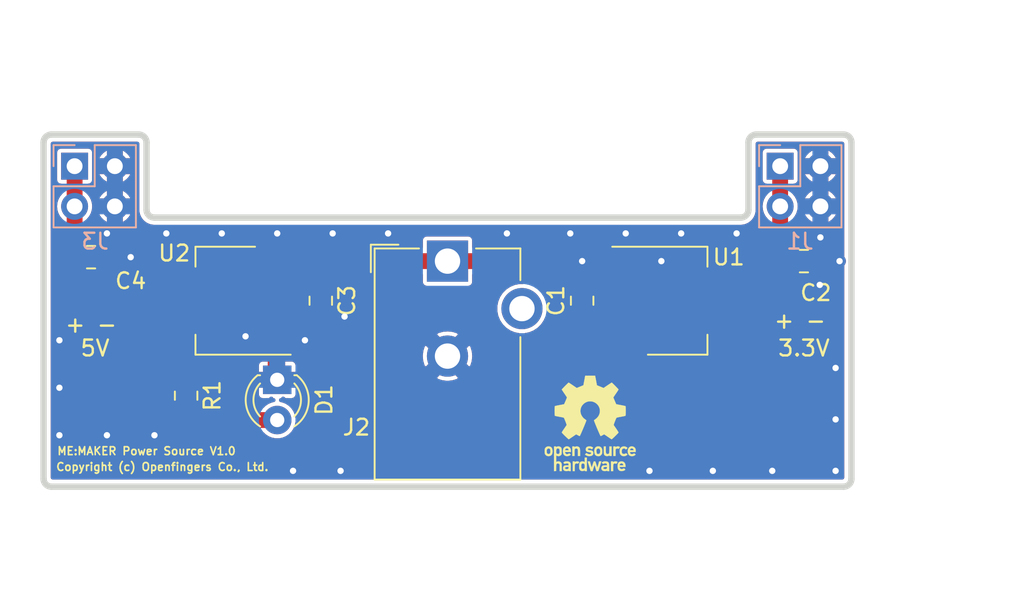
<source format=kicad_pcb>
(kicad_pcb (version 20171130) (host pcbnew "(5.1.4)-1")

  (general
    (thickness 1.6)
    (drawings 25)
    (tracks 75)
    (zones 0)
    (modules 12)
    (nets 6)
  )

  (page A4)
  (title_block
    (title "Breadboard Power Source")
    (date 2019-09-27)
    (rev 2)
    (company "Openfingers Co., Ltd.")
    (comment 1 c1)
    (comment 2 c2)
    (comment 3 c3)
    (comment 4 c4)
  )

  (layers
    (0 F.Cu signal)
    (31 B.Cu signal)
    (32 B.Adhes user)
    (33 F.Adhes user)
    (34 B.Paste user)
    (35 F.Paste user)
    (36 B.SilkS user)
    (37 F.SilkS user)
    (38 B.Mask user)
    (39 F.Mask user)
    (40 Dwgs.User user)
    (41 Cmts.User user)
    (42 Eco1.User user)
    (43 Eco2.User user)
    (44 Edge.Cuts user)
    (45 Margin user)
    (46 B.CrtYd user)
    (47 F.CrtYd user)
    (48 B.Fab user)
    (49 F.Fab user)
  )

  (setup
    (last_trace_width 0.25)
    (trace_clearance 0.2)
    (zone_clearance 0.254)
    (zone_45_only no)
    (trace_min 0.2)
    (via_size 0.8)
    (via_drill 0.4)
    (via_min_size 0.4)
    (via_min_drill 0.3)
    (uvia_size 0.3)
    (uvia_drill 0.1)
    (uvias_allowed no)
    (uvia_min_size 0.2)
    (uvia_min_drill 0.1)
    (edge_width 0.05)
    (segment_width 0.2)
    (pcb_text_width 0.3)
    (pcb_text_size 1.5 1.5)
    (mod_edge_width 0.12)
    (mod_text_size 1 1)
    (mod_text_width 0.15)
    (pad_size 1.524 1.524)
    (pad_drill 0.762)
    (pad_to_mask_clearance 0.0762)
    (solder_mask_min_width 0.25)
    (aux_axis_origin 0 0)
    (visible_elements FFFFFF7F)
    (pcbplotparams
      (layerselection 0x010fc_ffffffff)
      (usegerberextensions false)
      (usegerberattributes false)
      (usegerberadvancedattributes false)
      (creategerberjobfile false)
      (excludeedgelayer true)
      (linewidth 0.100000)
      (plotframeref false)
      (viasonmask false)
      (mode 1)
      (useauxorigin false)
      (hpglpennumber 1)
      (hpglpenspeed 20)
      (hpglpendiameter 15.000000)
      (psnegative false)
      (psa4output false)
      (plotreference true)
      (plotvalue true)
      (plotinvisibletext false)
      (padsonsilk false)
      (subtractmaskfromsilk false)
      (outputformat 1)
      (mirror false)
      (drillshape 0)
      (scaleselection 1)
      (outputdirectory "GERBER/"))
  )

  (net 0 "")
  (net 1 "Net-(C1-Pad1)")
  (net 2 GND)
  (net 3 "Net-(C2-Pad1)")
  (net 4 "Net-(C4-Pad1)")
  (net 5 "Net-(D1-Pad2)")

  (net_class Default "This is the default net class."
    (clearance 0.2)
    (trace_width 0.25)
    (via_dia 0.8)
    (via_drill 0.4)
    (uvia_dia 0.3)
    (uvia_drill 0.1)
    (add_net GND)
    (add_net "Net-(C1-Pad1)")
    (add_net "Net-(C2-Pad1)")
    (add_net "Net-(C4-Pad1)")
    (add_net "Net-(D1-Pad2)")
  )

  (module Symbol:OSHW-Logo_5.7x6mm_SilkScreen (layer F.Cu) (tedit 0) (tstamp 5D8D804A)
    (at 139 47.75)
    (descr "Open Source Hardware Logo")
    (tags "Logo OSHW")
    (attr virtual)
    (fp_text reference REF** (at 0 0) (layer F.SilkS) hide
      (effects (font (size 1 1) (thickness 0.15)))
    )
    (fp_text value OSHW-Logo_5.7x6mm_SilkScreen (at 0.75 0) (layer F.Fab) hide
      (effects (font (size 1 1) (thickness 0.15)))
    )
    (fp_poly (pts (xy 0.376964 -2.709982) (xy 0.433812 -2.40843) (xy 0.853338 -2.235488) (xy 1.104984 -2.406605)
      (xy 1.175458 -2.45425) (xy 1.239163 -2.49679) (xy 1.293126 -2.532285) (xy 1.334373 -2.55879)
      (xy 1.359934 -2.574364) (xy 1.366895 -2.577722) (xy 1.379435 -2.569086) (xy 1.406231 -2.545208)
      (xy 1.44428 -2.509141) (xy 1.490579 -2.463933) (xy 1.542123 -2.412636) (xy 1.595909 -2.358299)
      (xy 1.648935 -2.303972) (xy 1.698195 -2.252705) (xy 1.740687 -2.207549) (xy 1.773407 -2.171554)
      (xy 1.793351 -2.14777) (xy 1.798119 -2.13981) (xy 1.791257 -2.125135) (xy 1.77202 -2.092986)
      (xy 1.74243 -2.046508) (xy 1.70451 -1.988844) (xy 1.660282 -1.92314) (xy 1.634654 -1.885664)
      (xy 1.587941 -1.817232) (xy 1.546432 -1.75548) (xy 1.51214 -1.703481) (xy 1.48708 -1.664308)
      (xy 1.473264 -1.641035) (xy 1.471188 -1.636145) (xy 1.475895 -1.622245) (xy 1.488723 -1.58985)
      (xy 1.507738 -1.543515) (xy 1.531003 -1.487794) (xy 1.556584 -1.427242) (xy 1.582545 -1.366414)
      (xy 1.60695 -1.309864) (xy 1.627863 -1.262148) (xy 1.643349 -1.227819) (xy 1.651472 -1.211432)
      (xy 1.651952 -1.210788) (xy 1.664707 -1.207659) (xy 1.698677 -1.200679) (xy 1.75034 -1.190533)
      (xy 1.816176 -1.177908) (xy 1.892664 -1.163491) (xy 1.93729 -1.155177) (xy 2.019021 -1.139616)
      (xy 2.092843 -1.124808) (xy 2.155021 -1.111564) (xy 2.201822 -1.100695) (xy 2.229509 -1.093011)
      (xy 2.235074 -1.090573) (xy 2.240526 -1.07407) (xy 2.244924 -1.0368) (xy 2.248272 -0.98312)
      (xy 2.250574 -0.917388) (xy 2.251832 -0.843963) (xy 2.252048 -0.767204) (xy 2.251227 -0.691468)
      (xy 2.249371 -0.621114) (xy 2.246482 -0.5605) (xy 2.242565 -0.513984) (xy 2.237622 -0.485925)
      (xy 2.234657 -0.480084) (xy 2.216934 -0.473083) (xy 2.179381 -0.463073) (xy 2.126964 -0.451231)
      (xy 2.064652 -0.438733) (xy 2.0429 -0.43469) (xy 1.938024 -0.41548) (xy 1.85518 -0.400009)
      (xy 1.79163 -0.387663) (xy 1.744637 -0.377827) (xy 1.711463 -0.369886) (xy 1.689371 -0.363224)
      (xy 1.675624 -0.357227) (xy 1.667484 -0.351281) (xy 1.666345 -0.350106) (xy 1.654977 -0.331174)
      (xy 1.637635 -0.294331) (xy 1.61605 -0.244087) (xy 1.591954 -0.184954) (xy 1.567079 -0.121444)
      (xy 1.543157 -0.058068) (xy 1.521919 0.000662) (xy 1.505097 0.050235) (xy 1.494422 0.086139)
      (xy 1.491627 0.103862) (xy 1.49186 0.104483) (xy 1.501331 0.11897) (xy 1.522818 0.150844)
      (xy 1.554063 0.196789) (xy 1.592807 0.253485) (xy 1.636793 0.317617) (xy 1.649319 0.335842)
      (xy 1.693984 0.401914) (xy 1.733288 0.4622) (xy 1.765088 0.513235) (xy 1.787245 0.55156)
      (xy 1.797617 0.573711) (xy 1.798119 0.576432) (xy 1.789405 0.590736) (xy 1.765325 0.619072)
      (xy 1.728976 0.658396) (xy 1.683453 0.705661) (xy 1.631852 0.757823) (xy 1.577267 0.811835)
      (xy 1.522794 0.864653) (xy 1.471529 0.913231) (xy 1.426567 0.954523) (xy 1.391004 0.985485)
      (xy 1.367935 1.00307) (xy 1.361554 1.005941) (xy 1.346699 0.999178) (xy 1.316286 0.980939)
      (xy 1.275268 0.954297) (xy 1.243709 0.932852) (xy 1.186525 0.893503) (xy 1.118806 0.847171)
      (xy 1.05088 0.800913) (xy 1.014361 0.776155) (xy 0.890752 0.692547) (xy 0.786991 0.74865)
      (xy 0.73972 0.773228) (xy 0.699523 0.792331) (xy 0.672326 0.803227) (xy 0.665402 0.804743)
      (xy 0.657077 0.793549) (xy 0.640654 0.761917) (xy 0.617357 0.712765) (xy 0.588414 0.64901)
      (xy 0.55505 0.573571) (xy 0.518491 0.489364) (xy 0.479964 0.399308) (xy 0.440694 0.306321)
      (xy 0.401908 0.21332) (xy 0.36483 0.123223) (xy 0.330689 0.038948) (xy 0.300708 -0.036587)
      (xy 0.276116 -0.100466) (xy 0.258136 -0.149769) (xy 0.247997 -0.181579) (xy 0.246366 -0.192504)
      (xy 0.259291 -0.206439) (xy 0.287589 -0.22906) (xy 0.325346 -0.255667) (xy 0.328515 -0.257772)
      (xy 0.4261 -0.335886) (xy 0.504786 -0.427018) (xy 0.563891 -0.528255) (xy 0.602732 -0.636682)
      (xy 0.620628 -0.749386) (xy 0.616897 -0.863452) (xy 0.590857 -0.975966) (xy 0.541825 -1.084015)
      (xy 0.5274 -1.107655) (xy 0.452369 -1.203113) (xy 0.36373 -1.279768) (xy 0.264549 -1.33722)
      (xy 0.157895 -1.375071) (xy 0.046836 -1.392922) (xy -0.065561 -1.390375) (xy -0.176227 -1.36703)
      (xy -0.282094 -1.32249) (xy -0.380095 -1.256355) (xy -0.41041 -1.229513) (xy -0.487562 -1.145488)
      (xy -0.543782 -1.057034) (xy -0.582347 -0.957885) (xy -0.603826 -0.859697) (xy -0.609128 -0.749303)
      (xy -0.591448 -0.63836) (xy -0.552581 -0.530619) (xy -0.494323 -0.429831) (xy -0.418469 -0.339744)
      (xy -0.326817 -0.264108) (xy -0.314772 -0.256136) (xy -0.276611 -0.230026) (xy -0.247601 -0.207405)
      (xy -0.233732 -0.192961) (xy -0.233531 -0.192504) (xy -0.236508 -0.176879) (xy -0.248311 -0.141418)
      (xy -0.267714 -0.089038) (xy -0.293488 -0.022655) (xy -0.324409 0.054814) (xy -0.359249 0.14045)
      (xy -0.396783 0.231337) (xy -0.435783 0.324559) (xy -0.475023 0.417197) (xy -0.513276 0.506335)
      (xy -0.549317 0.589055) (xy -0.581917 0.662441) (xy -0.609852 0.723575) (xy -0.631895 0.769541)
      (xy -0.646818 0.797421) (xy -0.652828 0.804743) (xy -0.671191 0.799041) (xy -0.705552 0.783749)
      (xy -0.749984 0.761599) (xy -0.774417 0.74865) (xy -0.878178 0.692547) (xy -1.001787 0.776155)
      (xy -1.064886 0.818987) (xy -1.13397 0.866122) (xy -1.198707 0.910503) (xy -1.231134 0.932852)
      (xy -1.276741 0.963477) (xy -1.31536 0.987747) (xy -1.341952 1.002587) (xy -1.35059 1.005724)
      (xy -1.363161 0.997261) (xy -1.390984 0.973636) (xy -1.431361 0.937302) (xy -1.481595 0.890711)
      (xy -1.538988 0.836317) (xy -1.575286 0.801392) (xy -1.63879 0.738996) (xy -1.693673 0.683188)
      (xy -1.737714 0.636354) (xy -1.768695 0.600882) (xy -1.784398 0.579161) (xy -1.785905 0.574752)
      (xy -1.778914 0.557985) (xy -1.759594 0.524082) (xy -1.730091 0.476476) (xy -1.692545 0.418599)
      (xy -1.6491 0.353884) (xy -1.636745 0.335842) (xy -1.591727 0.270267) (xy -1.55134 0.211228)
      (xy -1.51784 0.162042) (xy -1.493486 0.126028) (xy -1.480536 0.106502) (xy -1.479285 0.104483)
      (xy -1.481156 0.088922) (xy -1.491087 0.054709) (xy -1.507347 0.006355) (xy -1.528205 -0.051629)
      (xy -1.551927 -0.11473) (xy -1.576784 -0.178437) (xy -1.601042 -0.238239) (xy -1.622971 -0.289624)
      (xy -1.640838 -0.328081) (xy -1.652913 -0.349098) (xy -1.653771 -0.350106) (xy -1.661154 -0.356112)
      (xy -1.673625 -0.362052) (xy -1.69392 -0.36854) (xy -1.724778 -0.376191) (xy -1.768934 -0.38562)
      (xy -1.829126 -0.397441) (xy -1.908093 -0.412271) (xy -2.00857 -0.430723) (xy -2.030325 -0.43469)
      (xy -2.094802 -0.447147) (xy -2.151011 -0.459334) (xy -2.193987 -0.470074) (xy -2.21876 -0.478191)
      (xy -2.222082 -0.480084) (xy -2.227556 -0.496862) (xy -2.232006 -0.534355) (xy -2.235428 -0.588206)
      (xy -2.237819 -0.654056) (xy -2.239177 -0.727547) (xy -2.239499 -0.80432) (xy -2.238781 -0.880017)
      (xy -2.237021 -0.95028) (xy -2.234216 -1.01075) (xy -2.230362 -1.05707) (xy -2.225457 -1.084881)
      (xy -2.2225 -1.090573) (xy -2.206037 -1.096314) (xy -2.168551 -1.105655) (xy -2.113775 -1.117785)
      (xy -2.045445 -1.131893) (xy -1.967294 -1.14717) (xy -1.924716 -1.155177) (xy -1.843929 -1.170279)
      (xy -1.771887 -1.18396) (xy -1.712111 -1.195533) (xy -1.668121 -1.204313) (xy -1.643439 -1.209613)
      (xy -1.639377 -1.210788) (xy -1.632511 -1.224035) (xy -1.617998 -1.255943) (xy -1.597771 -1.301953)
      (xy -1.573766 -1.357508) (xy -1.547918 -1.418047) (xy -1.52216 -1.479014) (xy -1.498427 -1.535849)
      (xy -1.478654 -1.583994) (xy -1.464776 -1.61889) (xy -1.458726 -1.635979) (xy -1.458614 -1.636726)
      (xy -1.465472 -1.650207) (xy -1.484698 -1.68123) (xy -1.514272 -1.726711) (xy -1.552173 -1.783568)
      (xy -1.59638 -1.848717) (xy -1.622079 -1.886138) (xy -1.668907 -1.954753) (xy -1.710499 -2.017048)
      (xy -1.744825 -2.069871) (xy -1.769857 -2.110073) (xy -1.783565 -2.1345) (xy -1.785544 -2.139976)
      (xy -1.777034 -2.152722) (xy -1.753507 -2.179937) (xy -1.717968 -2.218572) (xy -1.673423 -2.265577)
      (xy -1.622877 -2.317905) (xy -1.569336 -2.372505) (xy -1.515805 -2.42633) (xy -1.465289 -2.47633)
      (xy -1.420794 -2.519457) (xy -1.385325 -2.552661) (xy -1.361887 -2.572894) (xy -1.354046 -2.577722)
      (xy -1.34128 -2.570933) (xy -1.310744 -2.551858) (xy -1.26541 -2.522439) (xy -1.208244 -2.484619)
      (xy -1.142216 -2.440339) (xy -1.09241 -2.406605) (xy -0.840764 -2.235488) (xy -0.631001 -2.321959)
      (xy -0.421237 -2.40843) (xy -0.364389 -2.709982) (xy -0.30754 -3.011534) (xy 0.320115 -3.011534)
      (xy 0.376964 -2.709982)) (layer F.SilkS) (width 0.01))
    (fp_poly (pts (xy 1.79946 1.45803) (xy 1.842711 1.471245) (xy 1.870558 1.487941) (xy 1.879629 1.501145)
      (xy 1.877132 1.516797) (xy 1.860931 1.541385) (xy 1.847232 1.5588) (xy 1.818992 1.590283)
      (xy 1.797775 1.603529) (xy 1.779688 1.602664) (xy 1.726035 1.58901) (xy 1.68663 1.58963)
      (xy 1.654632 1.605104) (xy 1.64389 1.614161) (xy 1.609505 1.646027) (xy 1.609505 2.062179)
      (xy 1.471188 2.062179) (xy 1.471188 1.458614) (xy 1.540347 1.458614) (xy 1.581869 1.460256)
      (xy 1.603291 1.466087) (xy 1.609502 1.477461) (xy 1.609505 1.477798) (xy 1.612439 1.489713)
      (xy 1.625704 1.488159) (xy 1.644084 1.479563) (xy 1.682046 1.463568) (xy 1.712872 1.453945)
      (xy 1.752536 1.451478) (xy 1.79946 1.45803)) (layer F.SilkS) (width 0.01))
    (fp_poly (pts (xy -0.754012 1.469002) (xy -0.722717 1.48395) (xy -0.692409 1.505541) (xy -0.669318 1.530391)
      (xy -0.6525 1.562087) (xy -0.641006 1.604214) (xy -0.633891 1.660358) (xy -0.630207 1.734106)
      (xy -0.629008 1.829044) (xy -0.628989 1.838985) (xy -0.628713 2.062179) (xy -0.76703 2.062179)
      (xy -0.76703 1.856418) (xy -0.767128 1.780189) (xy -0.767809 1.724939) (xy -0.769651 1.686501)
      (xy -0.773233 1.660706) (xy -0.779132 1.643384) (xy -0.787927 1.630368) (xy -0.80018 1.617507)
      (xy -0.843047 1.589873) (xy -0.889843 1.584745) (xy -0.934424 1.602217) (xy -0.949928 1.615221)
      (xy -0.96131 1.627447) (xy -0.969481 1.64054) (xy -0.974974 1.658615) (xy -0.97832 1.685787)
      (xy -0.980051 1.72617) (xy -0.980697 1.783879) (xy -0.980792 1.854132) (xy -0.980792 2.062179)
      (xy -1.119109 2.062179) (xy -1.119109 1.458614) (xy -1.04995 1.458614) (xy -1.008428 1.460256)
      (xy -0.987006 1.466087) (xy -0.980795 1.477461) (xy -0.980792 1.477798) (xy -0.97791 1.488938)
      (xy -0.965199 1.487674) (xy -0.939926 1.475434) (xy -0.882605 1.457424) (xy -0.817037 1.455421)
      (xy -0.754012 1.469002)) (layer F.SilkS) (width 0.01))
    (fp_poly (pts (xy 2.677898 1.456457) (xy 2.710096 1.464279) (xy 2.771825 1.492921) (xy 2.82461 1.536667)
      (xy 2.861141 1.589117) (xy 2.86616 1.600893) (xy 2.873045 1.63174) (xy 2.877864 1.677371)
      (xy 2.879505 1.723492) (xy 2.879505 1.810693) (xy 2.697178 1.810693) (xy 2.621979 1.810978)
      (xy 2.569003 1.812704) (xy 2.535325 1.817181) (xy 2.51802 1.82572) (xy 2.514163 1.83963)
      (xy 2.520829 1.860222) (xy 2.53277 1.884315) (xy 2.56608 1.924525) (xy 2.612368 1.944558)
      (xy 2.668944 1.943905) (xy 2.733031 1.922101) (xy 2.788417 1.895193) (xy 2.834375 1.931532)
      (xy 2.880333 1.967872) (xy 2.837096 2.007819) (xy 2.779374 2.045563) (xy 2.708386 2.06832)
      (xy 2.632029 2.074688) (xy 2.558199 2.063268) (xy 2.546287 2.059393) (xy 2.481399 2.025506)
      (xy 2.43313 1.974986) (xy 2.400465 1.906325) (xy 2.382385 1.818014) (xy 2.382175 1.816121)
      (xy 2.380556 1.719878) (xy 2.3871 1.685542) (xy 2.514852 1.685542) (xy 2.526584 1.690822)
      (xy 2.558438 1.694867) (xy 2.605397 1.697176) (xy 2.635154 1.697525) (xy 2.690648 1.697306)
      (xy 2.725346 1.695916) (xy 2.743601 1.692251) (xy 2.749766 1.68521) (xy 2.748195 1.67369)
      (xy 2.746878 1.669233) (xy 2.724382 1.627355) (xy 2.689003 1.593604) (xy 2.65778 1.578773)
      (xy 2.616301 1.579668) (xy 2.574269 1.598164) (xy 2.539012 1.628786) (xy 2.517854 1.666062)
      (xy 2.514852 1.685542) (xy 2.3871 1.685542) (xy 2.39669 1.635229) (xy 2.428698 1.564191)
      (xy 2.474701 1.508779) (xy 2.532821 1.471009) (xy 2.60118 1.452896) (xy 2.677898 1.456457)) (layer F.SilkS) (width 0.01))
    (fp_poly (pts (xy 2.217226 1.46388) (xy 2.29008 1.49483) (xy 2.313027 1.509895) (xy 2.342354 1.533048)
      (xy 2.360764 1.551253) (xy 2.363961 1.557183) (xy 2.354935 1.57034) (xy 2.331837 1.592667)
      (xy 2.313344 1.60825) (xy 2.262728 1.648926) (xy 2.22276 1.615295) (xy 2.191874 1.593584)
      (xy 2.161759 1.58609) (xy 2.127292 1.58792) (xy 2.072561 1.601528) (xy 2.034886 1.629772)
      (xy 2.011991 1.675433) (xy 2.001597 1.741289) (xy 2.001595 1.741331) (xy 2.002494 1.814939)
      (xy 2.016463 1.868946) (xy 2.044328 1.905716) (xy 2.063325 1.918168) (xy 2.113776 1.933673)
      (xy 2.167663 1.933683) (xy 2.214546 1.918638) (xy 2.225644 1.911287) (xy 2.253476 1.892511)
      (xy 2.275236 1.889434) (xy 2.298704 1.903409) (xy 2.324649 1.92851) (xy 2.365716 1.97088)
      (xy 2.320121 2.008464) (xy 2.249674 2.050882) (xy 2.170233 2.071785) (xy 2.087215 2.070272)
      (xy 2.032694 2.056411) (xy 1.96897 2.022135) (xy 1.918005 1.968212) (xy 1.894851 1.930149)
      (xy 1.876099 1.875536) (xy 1.866715 1.806369) (xy 1.866643 1.731407) (xy 1.875824 1.659409)
      (xy 1.894199 1.599137) (xy 1.897093 1.592958) (xy 1.939952 1.532351) (xy 1.997979 1.488224)
      (xy 2.066591 1.461493) (xy 2.141201 1.453073) (xy 2.217226 1.46388)) (layer F.SilkS) (width 0.01))
    (fp_poly (pts (xy 0.993367 1.654342) (xy 0.994555 1.746563) (xy 0.998897 1.81661) (xy 1.007558 1.867381)
      (xy 1.021704 1.901772) (xy 1.0425 1.922679) (xy 1.07111 1.933) (xy 1.106535 1.935636)
      (xy 1.143636 1.932682) (xy 1.171818 1.921889) (xy 1.192243 1.90036) (xy 1.206079 1.865199)
      (xy 1.214491 1.81351) (xy 1.218643 1.742394) (xy 1.219703 1.654342) (xy 1.219703 1.458614)
      (xy 1.35802 1.458614) (xy 1.35802 2.062179) (xy 1.288862 2.062179) (xy 1.24717 2.060489)
      (xy 1.225701 2.054556) (xy 1.219703 2.043293) (xy 1.216091 2.033261) (xy 1.201714 2.035383)
      (xy 1.172736 2.04958) (xy 1.106319 2.07148) (xy 1.035875 2.069928) (xy 0.968377 2.046147)
      (xy 0.936233 2.027362) (xy 0.911715 2.007022) (xy 0.893804 1.981573) (xy 0.881479 1.947458)
      (xy 0.873723 1.901121) (xy 0.869516 1.839007) (xy 0.86784 1.757561) (xy 0.867624 1.694578)
      (xy 0.867624 1.458614) (xy 0.993367 1.458614) (xy 0.993367 1.654342)) (layer F.SilkS) (width 0.01))
    (fp_poly (pts (xy 0.610762 1.466055) (xy 0.674363 1.500692) (xy 0.724123 1.555372) (xy 0.747568 1.599842)
      (xy 0.757634 1.639121) (xy 0.764156 1.695116) (xy 0.766951 1.759621) (xy 0.765836 1.824429)
      (xy 0.760626 1.881334) (xy 0.754541 1.911727) (xy 0.734014 1.953306) (xy 0.698463 1.997468)
      (xy 0.655619 2.036087) (xy 0.613211 2.061034) (xy 0.612177 2.06143) (xy 0.559553 2.072331)
      (xy 0.497188 2.072601) (xy 0.437924 2.062676) (xy 0.41504 2.054722) (xy 0.356102 2.0213)
      (xy 0.31389 1.977511) (xy 0.286156 1.919538) (xy 0.270651 1.843565) (xy 0.267143 1.803771)
      (xy 0.26759 1.753766) (xy 0.402376 1.753766) (xy 0.406917 1.826732) (xy 0.419986 1.882334)
      (xy 0.440756 1.917861) (xy 0.455552 1.92802) (xy 0.493464 1.935104) (xy 0.538527 1.933007)
      (xy 0.577487 1.922812) (xy 0.587704 1.917204) (xy 0.614659 1.884538) (xy 0.632451 1.834545)
      (xy 0.640024 1.773705) (xy 0.636325 1.708497) (xy 0.628057 1.669253) (xy 0.60432 1.623805)
      (xy 0.566849 1.595396) (xy 0.52172 1.585573) (xy 0.475011 1.595887) (xy 0.439132 1.621112)
      (xy 0.420277 1.641925) (xy 0.409272 1.662439) (xy 0.404026 1.690203) (xy 0.402449 1.732762)
      (xy 0.402376 1.753766) (xy 0.26759 1.753766) (xy 0.268094 1.69758) (xy 0.285388 1.610501)
      (xy 0.319029 1.54253) (xy 0.369018 1.493664) (xy 0.435356 1.463899) (xy 0.449601 1.460448)
      (xy 0.53521 1.452345) (xy 0.610762 1.466055)) (layer F.SilkS) (width 0.01))
    (fp_poly (pts (xy 0.014017 1.456452) (xy 0.061634 1.465482) (xy 0.111034 1.48437) (xy 0.116312 1.486777)
      (xy 0.153774 1.506476) (xy 0.179717 1.524781) (xy 0.188103 1.536508) (xy 0.180117 1.555632)
      (xy 0.16072 1.58385) (xy 0.15211 1.594384) (xy 0.116628 1.635847) (xy 0.070885 1.608858)
      (xy 0.02735 1.590878) (xy -0.02295 1.581267) (xy -0.071188 1.58066) (xy -0.108533 1.589691)
      (xy -0.117495 1.595327) (xy -0.134563 1.621171) (xy -0.136637 1.650941) (xy -0.123866 1.674197)
      (xy -0.116312 1.678708) (xy -0.093675 1.684309) (xy -0.053885 1.690892) (xy -0.004834 1.697183)
      (xy 0.004215 1.69817) (xy 0.082996 1.711798) (xy 0.140136 1.734946) (xy 0.17803 1.769752)
      (xy 0.199079 1.818354) (xy 0.205635 1.877718) (xy 0.196577 1.945198) (xy 0.167164 1.998188)
      (xy 0.117278 2.036783) (xy 0.0468 2.061081) (xy -0.031435 2.070667) (xy -0.095234 2.070552)
      (xy -0.146984 2.061845) (xy -0.182327 2.049825) (xy -0.226983 2.02888) (xy -0.268253 2.004574)
      (xy -0.282921 1.993876) (xy -0.320643 1.963084) (xy -0.275148 1.917049) (xy -0.229653 1.871013)
      (xy -0.177928 1.905243) (xy -0.126048 1.930952) (xy -0.070649 1.944399) (xy -0.017395 1.945818)
      (xy 0.028049 1.935443) (xy 0.060016 1.913507) (xy 0.070338 1.894998) (xy 0.068789 1.865314)
      (xy 0.04314 1.842615) (xy -0.00654 1.82694) (xy -0.060969 1.819695) (xy -0.144736 1.805873)
      (xy -0.206967 1.779796) (xy -0.248493 1.740699) (xy -0.270147 1.68782) (xy -0.273147 1.625126)
      (xy -0.258329 1.559642) (xy -0.224546 1.510144) (xy -0.171495 1.476408) (xy -0.098874 1.458207)
      (xy -0.045072 1.454639) (xy 0.014017 1.456452)) (layer F.SilkS) (width 0.01))
    (fp_poly (pts (xy -1.356699 1.472614) (xy -1.344168 1.478514) (xy -1.300799 1.510283) (xy -1.25979 1.556646)
      (xy -1.229168 1.607696) (xy -1.220459 1.631166) (xy -1.212512 1.673091) (xy -1.207774 1.723757)
      (xy -1.207199 1.744679) (xy -1.207129 1.810693) (xy -1.587083 1.810693) (xy -1.578983 1.845273)
      (xy -1.559104 1.88617) (xy -1.524347 1.921514) (xy -1.482998 1.944282) (xy -1.456649 1.94901)
      (xy -1.420916 1.943273) (xy -1.378282 1.928882) (xy -1.363799 1.922262) (xy -1.31024 1.895513)
      (xy -1.264533 1.930376) (xy -1.238158 1.953955) (xy -1.224124 1.973417) (xy -1.223414 1.979129)
      (xy -1.235951 1.992973) (xy -1.263428 2.014012) (xy -1.288366 2.030425) (xy -1.355664 2.05993)
      (xy -1.43111 2.073284) (xy -1.505888 2.069812) (xy -1.565495 2.051663) (xy -1.626941 2.012784)
      (xy -1.670608 1.961595) (xy -1.697926 1.895367) (xy -1.710322 1.811371) (xy -1.711421 1.772936)
      (xy -1.707022 1.684861) (xy -1.706482 1.682299) (xy -1.580582 1.682299) (xy -1.577115 1.690558)
      (xy -1.562863 1.695113) (xy -1.53347 1.697065) (xy -1.484575 1.697517) (xy -1.465748 1.697525)
      (xy -1.408467 1.696843) (xy -1.372141 1.694364) (xy -1.352604 1.689443) (xy -1.34569 1.681434)
      (xy -1.345445 1.678862) (xy -1.353336 1.658423) (xy -1.373085 1.629789) (xy -1.381575 1.619763)
      (xy -1.413094 1.591408) (xy -1.445949 1.580259) (xy -1.463651 1.579327) (xy -1.511539 1.590981)
      (xy -1.551699 1.622285) (xy -1.577173 1.667752) (xy -1.577625 1.669233) (xy -1.580582 1.682299)
      (xy -1.706482 1.682299) (xy -1.692392 1.61551) (xy -1.666038 1.560025) (xy -1.633807 1.520639)
      (xy -1.574217 1.477931) (xy -1.504168 1.455109) (xy -1.429661 1.453046) (xy -1.356699 1.472614)) (layer F.SilkS) (width 0.01))
    (fp_poly (pts (xy -2.538261 1.465148) (xy -2.472479 1.494231) (xy -2.42254 1.542793) (xy -2.388374 1.610908)
      (xy -2.369907 1.698651) (xy -2.368583 1.712351) (xy -2.367546 1.808939) (xy -2.380993 1.893602)
      (xy -2.408108 1.962221) (xy -2.422627 1.984294) (xy -2.473201 2.031011) (xy -2.537609 2.061268)
      (xy -2.609666 2.073824) (xy -2.683185 2.067439) (xy -2.739072 2.047772) (xy -2.787132 2.014629)
      (xy -2.826412 1.971175) (xy -2.827092 1.970158) (xy -2.843044 1.943338) (xy -2.85341 1.916368)
      (xy -2.859688 1.882332) (xy -2.863373 1.83431) (xy -2.864997 1.794931) (xy -2.865672 1.759219)
      (xy -2.739955 1.759219) (xy -2.738726 1.79477) (xy -2.734266 1.842094) (xy -2.726397 1.872465)
      (xy -2.712207 1.894072) (xy -2.698917 1.906694) (xy -2.651802 1.933122) (xy -2.602505 1.936653)
      (xy -2.556593 1.917639) (xy -2.533638 1.896331) (xy -2.517096 1.874859) (xy -2.507421 1.854313)
      (xy -2.503174 1.827574) (xy -2.50292 1.787523) (xy -2.504228 1.750638) (xy -2.507043 1.697947)
      (xy -2.511505 1.663772) (xy -2.519548 1.64148) (xy -2.533103 1.624442) (xy -2.543845 1.614703)
      (xy -2.588777 1.589123) (xy -2.637249 1.587847) (xy -2.677894 1.602999) (xy -2.712567 1.634642)
      (xy -2.733224 1.68662) (xy -2.739955 1.759219) (xy -2.865672 1.759219) (xy -2.866479 1.716621)
      (xy -2.863948 1.658056) (xy -2.856362 1.614007) (xy -2.842681 1.579248) (xy -2.821865 1.548551)
      (xy -2.814147 1.539436) (xy -2.765889 1.494021) (xy -2.714128 1.467493) (xy -2.650828 1.456379)
      (xy -2.619961 1.455471) (xy -2.538261 1.465148)) (layer F.SilkS) (width 0.01))
    (fp_poly (pts (xy 2.032581 2.40497) (xy 2.092685 2.420597) (xy 2.143021 2.452848) (xy 2.167393 2.47694)
      (xy 2.207345 2.533895) (xy 2.230242 2.599965) (xy 2.238108 2.681182) (xy 2.238148 2.687748)
      (xy 2.238218 2.753763) (xy 1.858264 2.753763) (xy 1.866363 2.788342) (xy 1.880987 2.819659)
      (xy 1.906581 2.852291) (xy 1.911935 2.8575) (xy 1.957943 2.885694) (xy 2.01041 2.890475)
      (xy 2.070803 2.871926) (xy 2.08104 2.866931) (xy 2.112439 2.851745) (xy 2.13347 2.843094)
      (xy 2.137139 2.842293) (xy 2.149948 2.850063) (xy 2.174378 2.869072) (xy 2.186779 2.87946)
      (xy 2.212476 2.903321) (xy 2.220915 2.919077) (xy 2.215058 2.933571) (xy 2.211928 2.937534)
      (xy 2.190725 2.954879) (xy 2.155738 2.975959) (xy 2.131337 2.988265) (xy 2.062072 3.009946)
      (xy 1.985388 3.016971) (xy 1.912765 3.008647) (xy 1.892426 3.002686) (xy 1.829476 2.968952)
      (xy 1.782815 2.917045) (xy 1.752173 2.846459) (xy 1.737282 2.756692) (xy 1.735647 2.709753)
      (xy 1.740421 2.641413) (xy 1.86099 2.641413) (xy 1.872652 2.646465) (xy 1.903998 2.650429)
      (xy 1.949571 2.652768) (xy 1.980446 2.653169) (xy 2.035981 2.652783) (xy 2.071033 2.650975)
      (xy 2.090262 2.646773) (xy 2.09833 2.639203) (xy 2.099901 2.628218) (xy 2.089121 2.594381)
      (xy 2.06198 2.56094) (xy 2.026277 2.535272) (xy 1.99056 2.524772) (xy 1.942048 2.534086)
      (xy 1.900053 2.561013) (xy 1.870936 2.599827) (xy 1.86099 2.641413) (xy 1.740421 2.641413)
      (xy 1.742599 2.610236) (xy 1.764055 2.530949) (xy 1.80047 2.471263) (xy 1.852297 2.430549)
      (xy 1.91999 2.408179) (xy 1.956662 2.403871) (xy 2.032581 2.40497)) (layer F.SilkS) (width 0.01))
    (fp_poly (pts (xy 1.635255 2.401486) (xy 1.683595 2.411015) (xy 1.711114 2.425125) (xy 1.740064 2.448568)
      (xy 1.698876 2.500571) (xy 1.673482 2.532064) (xy 1.656238 2.547428) (xy 1.639102 2.549776)
      (xy 1.614027 2.542217) (xy 1.602257 2.537941) (xy 1.55427 2.531631) (xy 1.510324 2.545156)
      (xy 1.47806 2.57571) (xy 1.472819 2.585452) (xy 1.467112 2.611258) (xy 1.462706 2.658817)
      (xy 1.459811 2.724758) (xy 1.458631 2.80571) (xy 1.458614 2.817226) (xy 1.458614 3.017822)
      (xy 1.320297 3.017822) (xy 1.320297 2.401683) (xy 1.389456 2.401683) (xy 1.429333 2.402725)
      (xy 1.450107 2.407358) (xy 1.457789 2.417849) (xy 1.458614 2.427745) (xy 1.458614 2.453806)
      (xy 1.491745 2.427745) (xy 1.529735 2.409965) (xy 1.58077 2.401174) (xy 1.635255 2.401486)) (layer F.SilkS) (width 0.01))
    (fp_poly (pts (xy 1.038411 2.405417) (xy 1.091411 2.41829) (xy 1.106731 2.42511) (xy 1.136428 2.442974)
      (xy 1.15922 2.463093) (xy 1.176083 2.488962) (xy 1.187998 2.524073) (xy 1.195942 2.57192)
      (xy 1.200894 2.635996) (xy 1.203831 2.719794) (xy 1.204947 2.775768) (xy 1.209052 3.017822)
      (xy 1.138932 3.017822) (xy 1.096393 3.016038) (xy 1.074476 3.009942) (xy 1.068812 2.999706)
      (xy 1.065821 2.988637) (xy 1.052451 2.990754) (xy 1.034233 2.999629) (xy 0.988624 3.013233)
      (xy 0.930007 3.016899) (xy 0.868354 3.010903) (xy 0.813638 2.995521) (xy 0.80873 2.993386)
      (xy 0.758723 2.958255) (xy 0.725756 2.909419) (xy 0.710587 2.852333) (xy 0.711746 2.831824)
      (xy 0.835508 2.831824) (xy 0.846413 2.859425) (xy 0.878745 2.879204) (xy 0.93091 2.889819)
      (xy 0.958787 2.891228) (xy 1.005247 2.88762) (xy 1.036129 2.873597) (xy 1.043664 2.866931)
      (xy 1.064076 2.830666) (xy 1.068812 2.797773) (xy 1.068812 2.753763) (xy 1.007513 2.753763)
      (xy 0.936256 2.757395) (xy 0.886276 2.768818) (xy 0.854696 2.788824) (xy 0.847626 2.797743)
      (xy 0.835508 2.831824) (xy 0.711746 2.831824) (xy 0.713971 2.792456) (xy 0.736663 2.735244)
      (xy 0.767624 2.69658) (xy 0.786376 2.679864) (xy 0.804733 2.668878) (xy 0.828619 2.66218)
      (xy 0.863957 2.658326) (xy 0.916669 2.655873) (xy 0.937577 2.655168) (xy 1.068812 2.650879)
      (xy 1.06862 2.611158) (xy 1.063537 2.569405) (xy 1.045162 2.544158) (xy 1.008039 2.52803)
      (xy 1.007043 2.527742) (xy 0.95441 2.5214) (xy 0.902906 2.529684) (xy 0.86463 2.549827)
      (xy 0.849272 2.559773) (xy 0.83273 2.558397) (xy 0.807275 2.543987) (xy 0.792328 2.533817)
      (xy 0.763091 2.512088) (xy 0.74498 2.4958) (xy 0.742074 2.491137) (xy 0.75404 2.467005)
      (xy 0.789396 2.438185) (xy 0.804753 2.428461) (xy 0.848901 2.411714) (xy 0.908398 2.402227)
      (xy 0.974487 2.400095) (xy 1.038411 2.405417)) (layer F.SilkS) (width 0.01))
    (fp_poly (pts (xy 0.281524 2.404237) (xy 0.331255 2.407971) (xy 0.461291 2.797773) (xy 0.481678 2.728614)
      (xy 0.493946 2.685874) (xy 0.510085 2.628115) (xy 0.527512 2.564625) (xy 0.536726 2.53057)
      (xy 0.571388 2.401683) (xy 0.714391 2.401683) (xy 0.671646 2.536857) (xy 0.650596 2.603342)
      (xy 0.625167 2.683539) (xy 0.59861 2.767193) (xy 0.574902 2.841782) (xy 0.520902 3.011535)
      (xy 0.462598 3.015328) (xy 0.404295 3.019122) (xy 0.372679 2.914734) (xy 0.353182 2.849889)
      (xy 0.331904 2.7784) (xy 0.313308 2.715263) (xy 0.312574 2.71275) (xy 0.298684 2.669969)
      (xy 0.286429 2.640779) (xy 0.277846 2.629741) (xy 0.276082 2.631018) (xy 0.269891 2.64813)
      (xy 0.258128 2.684787) (xy 0.242225 2.736378) (xy 0.223614 2.798294) (xy 0.213543 2.832352)
      (xy 0.159007 3.017822) (xy 0.043264 3.017822) (xy -0.049263 2.725471) (xy -0.075256 2.643462)
      (xy -0.098934 2.568987) (xy -0.11918 2.505544) (xy -0.134874 2.456632) (xy -0.144898 2.425749)
      (xy -0.147945 2.416726) (xy -0.145533 2.407487) (xy -0.126592 2.403441) (xy -0.087177 2.403846)
      (xy -0.081007 2.404152) (xy -0.007914 2.407971) (xy 0.039957 2.58401) (xy 0.057553 2.648211)
      (xy 0.073277 2.704649) (xy 0.085746 2.748422) (xy 0.093574 2.77463) (xy 0.09502 2.778903)
      (xy 0.101014 2.77399) (xy 0.113101 2.748532) (xy 0.129893 2.705997) (xy 0.150003 2.64985)
      (xy 0.167003 2.59913) (xy 0.231794 2.400504) (xy 0.281524 2.404237)) (layer F.SilkS) (width 0.01))
    (fp_poly (pts (xy -0.201188 3.017822) (xy -0.270346 3.017822) (xy -0.310488 3.016645) (xy -0.331394 3.011772)
      (xy -0.338922 3.001186) (xy -0.339505 2.994029) (xy -0.340774 2.979676) (xy -0.348779 2.976923)
      (xy -0.369815 2.985771) (xy -0.386173 2.994029) (xy -0.448977 3.013597) (xy -0.517248 3.014729)
      (xy -0.572752 3.000135) (xy -0.624438 2.964877) (xy -0.663838 2.912835) (xy -0.685413 2.85145)
      (xy -0.685962 2.848018) (xy -0.689167 2.810571) (xy -0.690761 2.756813) (xy -0.690633 2.716155)
      (xy -0.553279 2.716155) (xy -0.550097 2.770194) (xy -0.542859 2.814735) (xy -0.53306 2.839888)
      (xy -0.495989 2.87426) (xy -0.451974 2.886582) (xy -0.406584 2.876618) (xy -0.367797 2.846895)
      (xy -0.353108 2.826905) (xy -0.344519 2.80305) (xy -0.340496 2.76823) (xy -0.339505 2.71593)
      (xy -0.341278 2.664139) (xy -0.345963 2.618634) (xy -0.352603 2.588181) (xy -0.35371 2.585452)
      (xy -0.380491 2.553) (xy -0.419579 2.535183) (xy -0.463315 2.532306) (xy -0.504038 2.544674)
      (xy -0.534087 2.572593) (xy -0.537204 2.578148) (xy -0.546961 2.612022) (xy -0.552277 2.660728)
      (xy -0.553279 2.716155) (xy -0.690633 2.716155) (xy -0.690568 2.69554) (xy -0.689664 2.662563)
      (xy -0.683514 2.580981) (xy -0.670733 2.51973) (xy -0.649471 2.474449) (xy -0.617878 2.440779)
      (xy -0.587207 2.421014) (xy -0.544354 2.40712) (xy -0.491056 2.402354) (xy -0.43648 2.406236)
      (xy -0.389792 2.418282) (xy -0.365124 2.432693) (xy -0.339505 2.455878) (xy -0.339505 2.162773)
      (xy -0.201188 2.162773) (xy -0.201188 3.017822)) (layer F.SilkS) (width 0.01))
    (fp_poly (pts (xy -0.993356 2.40302) (xy -0.974539 2.40866) (xy -0.968473 2.421053) (xy -0.968218 2.426647)
      (xy -0.967129 2.44223) (xy -0.959632 2.444676) (xy -0.939381 2.433993) (xy -0.927351 2.426694)
      (xy -0.8894 2.411063) (xy -0.844072 2.403334) (xy -0.796544 2.40274) (xy -0.751995 2.408513)
      (xy -0.715602 2.419884) (xy -0.692543 2.436088) (xy -0.687996 2.456355) (xy -0.690291 2.461843)
      (xy -0.70702 2.484626) (xy -0.732963 2.512647) (xy -0.737655 2.517177) (xy -0.762383 2.538005)
      (xy -0.783718 2.544735) (xy -0.813555 2.540038) (xy -0.825508 2.536917) (xy -0.862705 2.529421)
      (xy -0.888859 2.532792) (xy -0.910946 2.544681) (xy -0.931178 2.560635) (xy -0.946079 2.5807)
      (xy -0.956434 2.608702) (xy -0.963029 2.648467) (xy -0.966649 2.703823) (xy -0.968078 2.778594)
      (xy -0.968218 2.82374) (xy -0.968218 3.017822) (xy -1.09396 3.017822) (xy -1.09396 2.401683)
      (xy -1.031089 2.401683) (xy -0.993356 2.40302)) (layer F.SilkS) (width 0.01))
    (fp_poly (pts (xy -1.38421 2.406555) (xy -1.325055 2.422339) (xy -1.280023 2.450948) (xy -1.248246 2.488419)
      (xy -1.238366 2.504411) (xy -1.231073 2.521163) (xy -1.225974 2.542592) (xy -1.222679 2.572616)
      (xy -1.220797 2.615154) (xy -1.219937 2.674122) (xy -1.219707 2.75344) (xy -1.219703 2.774484)
      (xy -1.219703 3.017822) (xy -1.280059 3.017822) (xy -1.318557 3.015126) (xy -1.347023 3.008295)
      (xy -1.354155 3.004083) (xy -1.373652 2.996813) (xy -1.393566 3.004083) (xy -1.426353 3.01316)
      (xy -1.473978 3.016813) (xy -1.526764 3.015228) (xy -1.575036 3.008589) (xy -1.603218 3.000072)
      (xy -1.657753 2.965063) (xy -1.691835 2.916479) (xy -1.707157 2.851882) (xy -1.707299 2.850223)
      (xy -1.705955 2.821566) (xy -1.584356 2.821566) (xy -1.573726 2.854161) (xy -1.55641 2.872505)
      (xy -1.521652 2.886379) (xy -1.475773 2.891917) (xy -1.428988 2.889191) (xy -1.391514 2.878274)
      (xy -1.381015 2.871269) (xy -1.362668 2.838904) (xy -1.35802 2.802111) (xy -1.35802 2.753763)
      (xy -1.427582 2.753763) (xy -1.493667 2.75885) (xy -1.543764 2.773263) (xy -1.574929 2.795729)
      (xy -1.584356 2.821566) (xy -1.705955 2.821566) (xy -1.703987 2.779647) (xy -1.68071 2.723845)
      (xy -1.636948 2.681647) (xy -1.630899 2.677808) (xy -1.604907 2.665309) (xy -1.572735 2.65774)
      (xy -1.52776 2.654061) (xy -1.474331 2.653216) (xy -1.35802 2.653169) (xy -1.35802 2.604411)
      (xy -1.362953 2.566581) (xy -1.375543 2.541236) (xy -1.377017 2.539887) (xy -1.405034 2.5288)
      (xy -1.447326 2.524503) (xy -1.494064 2.526615) (xy -1.535418 2.534756) (xy -1.559957 2.546965)
      (xy -1.573253 2.556746) (xy -1.587294 2.558613) (xy -1.606671 2.5506) (xy -1.635976 2.530739)
      (xy -1.679803 2.497063) (xy -1.683825 2.493909) (xy -1.681764 2.482236) (xy -1.664568 2.462822)
      (xy -1.638433 2.441248) (xy -1.609552 2.423096) (xy -1.600478 2.418809) (xy -1.56738 2.410256)
      (xy -1.51888 2.404155) (xy -1.464695 2.401708) (xy -1.462161 2.401703) (xy -1.38421 2.406555)) (layer F.SilkS) (width 0.01))
    (fp_poly (pts (xy -1.908759 1.469184) (xy -1.882247 1.482282) (xy -1.849553 1.505106) (xy -1.825725 1.529996)
      (xy -1.809406 1.561249) (xy -1.79924 1.603166) (xy -1.793872 1.660044) (xy -1.791944 1.736184)
      (xy -1.791831 1.768917) (xy -1.792161 1.840656) (xy -1.793527 1.891927) (xy -1.7965 1.927404)
      (xy -1.801649 1.951763) (xy -1.809543 1.96968) (xy -1.817757 1.981902) (xy -1.870187 2.033905)
      (xy -1.93193 2.065184) (xy -1.998536 2.074592) (xy -2.065558 2.06098) (xy -2.086792 2.051354)
      (xy -2.137624 2.024859) (xy -2.137624 2.440052) (xy -2.100525 2.420868) (xy -2.051643 2.406025)
      (xy -1.991561 2.402222) (xy -1.931564 2.409243) (xy -1.886256 2.425013) (xy -1.848675 2.455047)
      (xy -1.816564 2.498024) (xy -1.81415 2.502436) (xy -1.803967 2.523221) (xy -1.79653 2.54417)
      (xy -1.791411 2.569548) (xy -1.788181 2.603618) (xy -1.786413 2.650641) (xy -1.785677 2.714882)
      (xy -1.785544 2.787176) (xy -1.785544 3.017822) (xy -1.923861 3.017822) (xy -1.923861 2.592533)
      (xy -1.962549 2.559979) (xy -2.002738 2.53394) (xy -2.040797 2.529205) (xy -2.079066 2.541389)
      (xy -2.099462 2.55332) (xy -2.114642 2.570313) (xy -2.125438 2.595995) (xy -2.132683 2.633991)
      (xy -2.137208 2.687926) (xy -2.139844 2.761425) (xy -2.140772 2.810347) (xy -2.143911 3.011535)
      (xy -2.209926 3.015336) (xy -2.27594 3.019136) (xy -2.27594 1.77065) (xy -2.137624 1.77065)
      (xy -2.134097 1.840254) (xy -2.122215 1.888569) (xy -2.10002 1.918631) (xy -2.065559 1.933471)
      (xy -2.030742 1.936436) (xy -1.991329 1.933028) (xy -1.965171 1.919617) (xy -1.948814 1.901896)
      (xy -1.935937 1.882835) (xy -1.928272 1.861601) (xy -1.924861 1.831849) (xy -1.924749 1.787236)
      (xy -1.925897 1.74988) (xy -1.928532 1.693604) (xy -1.932456 1.656658) (xy -1.939063 1.633223)
      (xy -1.949749 1.61748) (xy -1.959833 1.60838) (xy -2.00197 1.588537) (xy -2.05184 1.585332)
      (xy -2.080476 1.592168) (xy -2.108828 1.616464) (xy -2.127609 1.663728) (xy -2.136712 1.733624)
      (xy -2.137624 1.77065) (xy -2.27594 1.77065) (xy -2.27594 1.458614) (xy -2.206782 1.458614)
      (xy -2.16526 1.460256) (xy -2.143838 1.466087) (xy -2.137626 1.477461) (xy -2.137624 1.477798)
      (xy -2.134742 1.488938) (xy -2.12203 1.487673) (xy -2.096757 1.475433) (xy -2.037869 1.456707)
      (xy -1.971615 1.454739) (xy -1.908759 1.469184)) (layer F.SilkS) (width 0.01))
  )

  (module Capacitor_SMD:C_0805_2012Metric_Pad1.15x1.40mm_HandSolder (layer F.Cu) (tedit 5B36C52B) (tstamp 5D8CE33E)
    (at 138.5 40 90)
    (descr "Capacitor SMD 0805 (2012 Metric), square (rectangular) end terminal, IPC_7351 nominal with elongated pad for handsoldering. (Body size source: https://docs.google.com/spreadsheets/d/1BsfQQcO9C6DZCsRaXUlFlo91Tg2WpOkGARC1WS5S8t0/edit?usp=sharing), generated with kicad-footprint-generator")
    (tags "capacitor handsolder")
    (path /5D8D7266)
    (attr smd)
    (fp_text reference C1 (at 0 -1.65 90) (layer F.SilkS)
      (effects (font (size 1 1) (thickness 0.15)))
    )
    (fp_text value 10uF (at 0 1.65 90) (layer F.Fab)
      (effects (font (size 1 1) (thickness 0.15)))
    )
    (fp_line (start -1 0.6) (end -1 -0.6) (layer F.Fab) (width 0.1))
    (fp_line (start -1 -0.6) (end 1 -0.6) (layer F.Fab) (width 0.1))
    (fp_line (start 1 -0.6) (end 1 0.6) (layer F.Fab) (width 0.1))
    (fp_line (start 1 0.6) (end -1 0.6) (layer F.Fab) (width 0.1))
    (fp_line (start -0.261252 -0.71) (end 0.261252 -0.71) (layer F.SilkS) (width 0.12))
    (fp_line (start -0.261252 0.71) (end 0.261252 0.71) (layer F.SilkS) (width 0.12))
    (fp_line (start -1.85 0.95) (end -1.85 -0.95) (layer F.CrtYd) (width 0.05))
    (fp_line (start -1.85 -0.95) (end 1.85 -0.95) (layer F.CrtYd) (width 0.05))
    (fp_line (start 1.85 -0.95) (end 1.85 0.95) (layer F.CrtYd) (width 0.05))
    (fp_line (start 1.85 0.95) (end -1.85 0.95) (layer F.CrtYd) (width 0.05))
    (fp_text user %R (at 0 0 90) (layer F.Fab)
      (effects (font (size 0.5 0.5) (thickness 0.08)))
    )
    (pad 1 smd roundrect (at -1.025 0 90) (size 1.15 1.4) (layers F.Cu F.Paste F.Mask) (roundrect_rratio 0.217391)
      (net 1 "Net-(C1-Pad1)"))
    (pad 2 smd roundrect (at 1.025 0 90) (size 1.15 1.4) (layers F.Cu F.Paste F.Mask) (roundrect_rratio 0.217391)
      (net 2 GND))
    (model ${KISYS3DMOD}/Capacitor_SMD.3dshapes/C_0805_2012Metric.wrl
      (at (xyz 0 0 0))
      (scale (xyz 1 1 1))
      (rotate (xyz 0 0 0))
    )
  )

  (module Capacitor_SMD:C_0805_2012Metric_Pad1.15x1.40mm_HandSolder (layer F.Cu) (tedit 5B36C52B) (tstamp 5D8CE34F)
    (at 152.5 37.5)
    (descr "Capacitor SMD 0805 (2012 Metric), square (rectangular) end terminal, IPC_7351 nominal with elongated pad for handsoldering. (Body size source: https://docs.google.com/spreadsheets/d/1BsfQQcO9C6DZCsRaXUlFlo91Tg2WpOkGARC1WS5S8t0/edit?usp=sharing), generated with kicad-footprint-generator")
    (tags "capacitor handsolder")
    (path /5D8D2DEC)
    (attr smd)
    (fp_text reference C2 (at 0.75 2) (layer F.SilkS)
      (effects (font (size 1 1) (thickness 0.15)))
    )
    (fp_text value 22uF (at 0 1.65) (layer F.Fab)
      (effects (font (size 1 1) (thickness 0.15)))
    )
    (fp_line (start -1 0.6) (end -1 -0.6) (layer F.Fab) (width 0.1))
    (fp_line (start -1 -0.6) (end 1 -0.6) (layer F.Fab) (width 0.1))
    (fp_line (start 1 -0.6) (end 1 0.6) (layer F.Fab) (width 0.1))
    (fp_line (start 1 0.6) (end -1 0.6) (layer F.Fab) (width 0.1))
    (fp_line (start -0.261252 -0.71) (end 0.261252 -0.71) (layer F.SilkS) (width 0.12))
    (fp_line (start -0.261252 0.71) (end 0.261252 0.71) (layer F.SilkS) (width 0.12))
    (fp_line (start -1.85 0.95) (end -1.85 -0.95) (layer F.CrtYd) (width 0.05))
    (fp_line (start -1.85 -0.95) (end 1.85 -0.95) (layer F.CrtYd) (width 0.05))
    (fp_line (start 1.85 -0.95) (end 1.85 0.95) (layer F.CrtYd) (width 0.05))
    (fp_line (start 1.85 0.95) (end -1.85 0.95) (layer F.CrtYd) (width 0.05))
    (fp_text user %R (at -0.025 0) (layer F.Fab)
      (effects (font (size 0.5 0.5) (thickness 0.08)))
    )
    (pad 1 smd roundrect (at -1.025 0) (size 1.15 1.4) (layers F.Cu F.Paste F.Mask) (roundrect_rratio 0.217391)
      (net 3 "Net-(C2-Pad1)"))
    (pad 2 smd roundrect (at 1.025 0) (size 1.15 1.4) (layers F.Cu F.Paste F.Mask) (roundrect_rratio 0.217391)
      (net 2 GND))
    (model ${KISYS3DMOD}/Capacitor_SMD.3dshapes/C_0805_2012Metric.wrl
      (at (xyz 0 0 0))
      (scale (xyz 1 1 1))
      (rotate (xyz 0 0 0))
    )
  )

  (module Capacitor_SMD:C_0805_2012Metric_Pad1.15x1.40mm_HandSolder (layer F.Cu) (tedit 5B36C52B) (tstamp 5D8CE360)
    (at 122 40 270)
    (descr "Capacitor SMD 0805 (2012 Metric), square (rectangular) end terminal, IPC_7351 nominal with elongated pad for handsoldering. (Body size source: https://docs.google.com/spreadsheets/d/1BsfQQcO9C6DZCsRaXUlFlo91Tg2WpOkGARC1WS5S8t0/edit?usp=sharing), generated with kicad-footprint-generator")
    (tags "capacitor handsolder")
    (path /5D8D8019)
    (attr smd)
    (fp_text reference C3 (at 0 -1.65 90) (layer F.SilkS)
      (effects (font (size 1 1) (thickness 0.15)))
    )
    (fp_text value 10uF (at 0 1.65 90) (layer F.Fab)
      (effects (font (size 1 1) (thickness 0.15)))
    )
    (fp_text user %R (at 0 0 90) (layer F.Fab)
      (effects (font (size 0.5 0.5) (thickness 0.08)))
    )
    (fp_line (start 1.85 0.95) (end -1.85 0.95) (layer F.CrtYd) (width 0.05))
    (fp_line (start 1.85 -0.95) (end 1.85 0.95) (layer F.CrtYd) (width 0.05))
    (fp_line (start -1.85 -0.95) (end 1.85 -0.95) (layer F.CrtYd) (width 0.05))
    (fp_line (start -1.85 0.95) (end -1.85 -0.95) (layer F.CrtYd) (width 0.05))
    (fp_line (start -0.261252 0.71) (end 0.261252 0.71) (layer F.SilkS) (width 0.12))
    (fp_line (start -0.261252 -0.71) (end 0.261252 -0.71) (layer F.SilkS) (width 0.12))
    (fp_line (start 1 0.6) (end -1 0.6) (layer F.Fab) (width 0.1))
    (fp_line (start 1 -0.6) (end 1 0.6) (layer F.Fab) (width 0.1))
    (fp_line (start -1 -0.6) (end 1 -0.6) (layer F.Fab) (width 0.1))
    (fp_line (start -1 0.6) (end -1 -0.6) (layer F.Fab) (width 0.1))
    (pad 2 smd roundrect (at 1.025 0 270) (size 1.15 1.4) (layers F.Cu F.Paste F.Mask) (roundrect_rratio 0.217391)
      (net 2 GND))
    (pad 1 smd roundrect (at -1.025 0 270) (size 1.15 1.4) (layers F.Cu F.Paste F.Mask) (roundrect_rratio 0.217391)
      (net 1 "Net-(C1-Pad1)"))
    (model ${KISYS3DMOD}/Capacitor_SMD.3dshapes/C_0805_2012Metric.wrl
      (at (xyz 0 0 0))
      (scale (xyz 1 1 1))
      (rotate (xyz 0 0 0))
    )
  )

  (module Capacitor_SMD:C_0805_2012Metric_Pad1.15x1.40mm_HandSolder (layer F.Cu) (tedit 5B36C52B) (tstamp 5D8CE371)
    (at 107.5 37.25)
    (descr "Capacitor SMD 0805 (2012 Metric), square (rectangular) end terminal, IPC_7351 nominal with elongated pad for handsoldering. (Body size source: https://docs.google.com/spreadsheets/d/1BsfQQcO9C6DZCsRaXUlFlo91Tg2WpOkGARC1WS5S8t0/edit?usp=sharing), generated with kicad-footprint-generator")
    (tags "capacitor handsolder")
    (path /5D8D6685)
    (attr smd)
    (fp_text reference C4 (at 2.5 1.5) (layer F.SilkS)
      (effects (font (size 1 1) (thickness 0.15)))
    )
    (fp_text value 22uF (at 0 1.65) (layer F.Fab)
      (effects (font (size 1 1) (thickness 0.15)))
    )
    (fp_text user %R (at 0 0) (layer F.Fab)
      (effects (font (size 0.5 0.5) (thickness 0.08)))
    )
    (fp_line (start 1.85 0.95) (end -1.85 0.95) (layer F.CrtYd) (width 0.05))
    (fp_line (start 1.85 -0.95) (end 1.85 0.95) (layer F.CrtYd) (width 0.05))
    (fp_line (start -1.85 -0.95) (end 1.85 -0.95) (layer F.CrtYd) (width 0.05))
    (fp_line (start -1.85 0.95) (end -1.85 -0.95) (layer F.CrtYd) (width 0.05))
    (fp_line (start -0.261252 0.71) (end 0.261252 0.71) (layer F.SilkS) (width 0.12))
    (fp_line (start -0.261252 -0.71) (end 0.261252 -0.71) (layer F.SilkS) (width 0.12))
    (fp_line (start 1 0.6) (end -1 0.6) (layer F.Fab) (width 0.1))
    (fp_line (start 1 -0.6) (end 1 0.6) (layer F.Fab) (width 0.1))
    (fp_line (start -1 -0.6) (end 1 -0.6) (layer F.Fab) (width 0.1))
    (fp_line (start -1 0.6) (end -1 -0.6) (layer F.Fab) (width 0.1))
    (pad 2 smd roundrect (at 1.025 0) (size 1.15 1.4) (layers F.Cu F.Paste F.Mask) (roundrect_rratio 0.217391)
      (net 2 GND))
    (pad 1 smd roundrect (at -1.025 0) (size 1.15 1.4) (layers F.Cu F.Paste F.Mask) (roundrect_rratio 0.217391)
      (net 4 "Net-(C4-Pad1)"))
    (model ${KISYS3DMOD}/Capacitor_SMD.3dshapes/C_0805_2012Metric.wrl
      (at (xyz 0 0 0))
      (scale (xyz 1 1 1))
      (rotate (xyz 0 0 0))
    )
  )

  (module LED_THT:LED_D3.0mm (layer F.Cu) (tedit 587A3A7B) (tstamp 5D8CE384)
    (at 119.25 45 270)
    (descr "LED, diameter 3.0mm, 2 pins")
    (tags "LED diameter 3.0mm 2 pins")
    (path /5D8DE299)
    (fp_text reference D1 (at 1.27 -2.96 90) (layer F.SilkS)
      (effects (font (size 1 1) (thickness 0.15)))
    )
    (fp_text value LED_ALT (at 1.27 2.96 90) (layer F.Fab)
      (effects (font (size 1 1) (thickness 0.15)))
    )
    (fp_arc (start 1.27 0) (end -0.23 -1.16619) (angle 284.3) (layer F.Fab) (width 0.1))
    (fp_arc (start 1.27 0) (end -0.29 -1.235516) (angle 108.8) (layer F.SilkS) (width 0.12))
    (fp_arc (start 1.27 0) (end -0.29 1.235516) (angle -108.8) (layer F.SilkS) (width 0.12))
    (fp_arc (start 1.27 0) (end 0.229039 -1.08) (angle 87.9) (layer F.SilkS) (width 0.12))
    (fp_arc (start 1.27 0) (end 0.229039 1.08) (angle -87.9) (layer F.SilkS) (width 0.12))
    (fp_circle (center 1.27 0) (end 2.77 0) (layer F.Fab) (width 0.1))
    (fp_line (start -0.23 -1.16619) (end -0.23 1.16619) (layer F.Fab) (width 0.1))
    (fp_line (start -0.29 -1.236) (end -0.29 -1.08) (layer F.SilkS) (width 0.12))
    (fp_line (start -0.29 1.08) (end -0.29 1.236) (layer F.SilkS) (width 0.12))
    (fp_line (start -1.15 -2.25) (end -1.15 2.25) (layer F.CrtYd) (width 0.05))
    (fp_line (start -1.15 2.25) (end 3.7 2.25) (layer F.CrtYd) (width 0.05))
    (fp_line (start 3.7 2.25) (end 3.7 -2.25) (layer F.CrtYd) (width 0.05))
    (fp_line (start 3.7 -2.25) (end -1.15 -2.25) (layer F.CrtYd) (width 0.05))
    (pad 1 thru_hole rect (at 0 0 270) (size 1.8 1.8) (drill 0.9) (layers *.Cu *.Mask)
      (net 2 GND))
    (pad 2 thru_hole circle (at 2.54 0 270) (size 1.8 1.8) (drill 0.9) (layers *.Cu *.Mask)
      (net 5 "Net-(D1-Pad2)"))
    (model ${KISYS3DMOD}/LED_THT.3dshapes/LED_D3.0mm.wrl
      (at (xyz 0 0 0))
      (scale (xyz 1 1 1))
      (rotate (xyz 0 0 0))
    )
  )

  (module Connector_PinHeader_2.54mm:PinHeader_2x02_P2.54mm_Vertical locked (layer B.Cu) (tedit 59FED5CC) (tstamp 5D8CF0BE)
    (at 151 31.5 270)
    (descr "Through hole straight pin header, 2x02, 2.54mm pitch, double rows")
    (tags "Through hole pin header THT 2x02 2.54mm double row")
    (path /5D8E2C9D)
    (fp_text reference J1 (at 4.75 -1.25) (layer B.SilkS)
      (effects (font (size 1 1) (thickness 0.15)) (justify mirror))
    )
    (fp_text value Conn_02x02_Odd_Even (at 1.27 -4.87 270) (layer B.Fab)
      (effects (font (size 1 1) (thickness 0.15)) (justify mirror))
    )
    (fp_text user %R (at 1.27 -1.27) (layer B.Fab)
      (effects (font (size 1 1) (thickness 0.15)) (justify mirror))
    )
    (fp_line (start 4.35 1.8) (end -1.8 1.8) (layer B.CrtYd) (width 0.05))
    (fp_line (start 4.35 -4.35) (end 4.35 1.8) (layer B.CrtYd) (width 0.05))
    (fp_line (start -1.8 -4.35) (end 4.35 -4.35) (layer B.CrtYd) (width 0.05))
    (fp_line (start -1.8 1.8) (end -1.8 -4.35) (layer B.CrtYd) (width 0.05))
    (fp_line (start -1.33 1.33) (end 0 1.33) (layer B.SilkS) (width 0.12))
    (fp_line (start -1.33 0) (end -1.33 1.33) (layer B.SilkS) (width 0.12))
    (fp_line (start 1.27 1.33) (end 3.87 1.33) (layer B.SilkS) (width 0.12))
    (fp_line (start 1.27 -1.27) (end 1.27 1.33) (layer B.SilkS) (width 0.12))
    (fp_line (start -1.33 -1.27) (end 1.27 -1.27) (layer B.SilkS) (width 0.12))
    (fp_line (start 3.87 1.33) (end 3.87 -3.87) (layer B.SilkS) (width 0.12))
    (fp_line (start -1.33 -1.27) (end -1.33 -3.87) (layer B.SilkS) (width 0.12))
    (fp_line (start -1.33 -3.87) (end 3.87 -3.87) (layer B.SilkS) (width 0.12))
    (fp_line (start -1.27 0) (end 0 1.27) (layer B.Fab) (width 0.1))
    (fp_line (start -1.27 -3.81) (end -1.27 0) (layer B.Fab) (width 0.1))
    (fp_line (start 3.81 -3.81) (end -1.27 -3.81) (layer B.Fab) (width 0.1))
    (fp_line (start 3.81 1.27) (end 3.81 -3.81) (layer B.Fab) (width 0.1))
    (fp_line (start 0 1.27) (end 3.81 1.27) (layer B.Fab) (width 0.1))
    (pad 4 thru_hole oval (at 2.54 -2.54 270) (size 1.7 1.7) (drill 1) (layers *.Cu *.Mask)
      (net 2 GND))
    (pad 3 thru_hole oval (at 0 -2.54 270) (size 1.7 1.7) (drill 1) (layers *.Cu *.Mask)
      (net 2 GND))
    (pad 2 thru_hole oval (at 2.54 0 270) (size 1.7 1.7) (drill 1) (layers *.Cu *.Mask)
      (net 3 "Net-(C2-Pad1)"))
    (pad 1 thru_hole rect (at 0 0 270) (size 1.7 1.7) (drill 1) (layers *.Cu *.Mask)
      (net 3 "Net-(C2-Pad1)"))
    (model ${KISYS3DMOD}/Connector_PinHeader_2.54mm.3dshapes/PinHeader_2x02_P2.54mm_Vertical.wrl
      (at (xyz 0 0 0))
      (scale (xyz 1 1 1))
      (rotate (xyz 0 0 0))
    )
  )

  (module Connector_BarrelJack:BarrelJack_CUI_PJ-102AH_Horizontal (layer F.Cu) (tedit 5A1DBF38) (tstamp 5D8CE3C0)
    (at 130 37.5)
    (descr "Thin-pin DC Barrel Jack, https://cdn-shop.adafruit.com/datasheets/21mmdcjackDatasheet.pdf")
    (tags "Power Jack")
    (path /5D8D132D)
    (fp_text reference J2 (at -5.75 10.5 180) (layer F.SilkS)
      (effects (font (size 1 1) (thickness 0.15)))
    )
    (fp_text value Barrel_Jack (at -6.295001 7.064999 90) (layer F.Fab)
      (effects (font (size 1 1) (thickness 0.15)))
    )
    (fp_text user %R (at 0 6.5) (layer F.Fab)
      (effects (font (size 1 1) (thickness 0.15)))
    )
    (fp_line (start 1.8 -1.8) (end 1.8 -1.2) (layer F.CrtYd) (width 0.05))
    (fp_line (start 1.8 -1.2) (end 5 -1.2) (layer F.CrtYd) (width 0.05))
    (fp_line (start 5 -1.2) (end 5 1.2) (layer F.CrtYd) (width 0.05))
    (fp_line (start 5 1.2) (end 6.5 1.2) (layer F.CrtYd) (width 0.05))
    (fp_line (start 6.5 1.2) (end 6.5 4.8) (layer F.CrtYd) (width 0.05))
    (fp_line (start 6.5 4.8) (end 5 4.8) (layer F.CrtYd) (width 0.05))
    (fp_line (start 5 4.8) (end 5 14.2) (layer F.CrtYd) (width 0.05))
    (fp_line (start 5 14.2) (end -5 14.2) (layer F.CrtYd) (width 0.05))
    (fp_line (start -5 14.2) (end -5 -1.2) (layer F.CrtYd) (width 0.05))
    (fp_line (start -5 -1.2) (end -1.8 -1.2) (layer F.CrtYd) (width 0.05))
    (fp_line (start -1.8 -1.2) (end -1.8 -1.8) (layer F.CrtYd) (width 0.05))
    (fp_line (start -1.8 -1.8) (end 1.8 -1.8) (layer F.CrtYd) (width 0.05))
    (fp_line (start 4.6 4.8) (end 4.6 13.8) (layer F.SilkS) (width 0.12))
    (fp_line (start 4.6 13.8) (end -4.6 13.8) (layer F.SilkS) (width 0.12))
    (fp_line (start -4.6 13.8) (end -4.6 -0.8) (layer F.SilkS) (width 0.12))
    (fp_line (start -4.6 -0.8) (end -1.8 -0.8) (layer F.SilkS) (width 0.12))
    (fp_line (start 1.8 -0.8) (end 4.6 -0.8) (layer F.SilkS) (width 0.12))
    (fp_line (start 4.6 -0.8) (end 4.6 1.2) (layer F.SilkS) (width 0.12))
    (fp_line (start -4.84 0.7) (end -4.84 -1.04) (layer F.SilkS) (width 0.12))
    (fp_line (start -4.84 -1.04) (end -3.1 -1.04) (layer F.SilkS) (width 0.12))
    (fp_line (start 4.5 -0.7) (end 4.5 13.7) (layer F.Fab) (width 0.1))
    (fp_line (start 4.5 13.7) (end -4.5 13.7) (layer F.Fab) (width 0.1))
    (fp_line (start -4.5 13.7) (end -4.5 0.3) (layer F.Fab) (width 0.1))
    (fp_line (start -4.5 0.3) (end -3.5 -0.7) (layer F.Fab) (width 0.1))
    (fp_line (start -3.5 -0.7) (end 4.5 -0.7) (layer F.Fab) (width 0.1))
    (fp_line (start -4.5 10.2) (end 4.5 10.2) (layer F.Fab) (width 0.1))
    (pad 1 thru_hole rect (at 0 0) (size 2.6 2.6) (drill 1.6) (layers *.Cu *.Mask)
      (net 1 "Net-(C1-Pad1)"))
    (pad 2 thru_hole circle (at 0 6) (size 2.6 2.6) (drill 1.6) (layers *.Cu *.Mask)
      (net 2 GND))
    (pad 3 thru_hole circle (at 4.7 3) (size 2.6 2.6) (drill 1.6) (layers *.Cu *.Mask))
    (model ${KISYS3DMOD}/Connector_BarrelJack.3dshapes/BarrelJack_CUI_PJ-102AH_Horizontal.wrl
      (at (xyz 0 0 0))
      (scale (xyz 1 1 1))
      (rotate (xyz 0 0 0))
    )
  )

  (module Connector_PinHeader_2.54mm:PinHeader_2x02_P2.54mm_Vertical locked (layer B.Cu) (tedit 59FED5CC) (tstamp 5D8CEFE8)
    (at 106.46 31.5 270)
    (descr "Through hole straight pin header, 2x02, 2.54mm pitch, double rows")
    (tags "Through hole pin header THT 2x02 2.54mm double row")
    (path /5D8E35B5)
    (fp_text reference J3 (at 4.75 -1.29) (layer B.SilkS)
      (effects (font (size 1 1) (thickness 0.15)) (justify mirror))
    )
    (fp_text value Conn_02x02_Odd_Even (at 1.27 -4.87 270) (layer B.Fab)
      (effects (font (size 1 1) (thickness 0.15)) (justify mirror))
    )
    (fp_line (start 0 1.27) (end 3.81 1.27) (layer B.Fab) (width 0.1))
    (fp_line (start 3.81 1.27) (end 3.81 -3.81) (layer B.Fab) (width 0.1))
    (fp_line (start 3.81 -3.81) (end -1.27 -3.81) (layer B.Fab) (width 0.1))
    (fp_line (start -1.27 -3.81) (end -1.27 0) (layer B.Fab) (width 0.1))
    (fp_line (start -1.27 0) (end 0 1.27) (layer B.Fab) (width 0.1))
    (fp_line (start -1.33 -3.87) (end 3.87 -3.87) (layer B.SilkS) (width 0.12))
    (fp_line (start -1.33 -1.27) (end -1.33 -3.87) (layer B.SilkS) (width 0.12))
    (fp_line (start 3.87 1.33) (end 3.87 -3.87) (layer B.SilkS) (width 0.12))
    (fp_line (start -1.33 -1.27) (end 1.27 -1.27) (layer B.SilkS) (width 0.12))
    (fp_line (start 1.27 -1.27) (end 1.27 1.33) (layer B.SilkS) (width 0.12))
    (fp_line (start 1.27 1.33) (end 3.87 1.33) (layer B.SilkS) (width 0.12))
    (fp_line (start -1.33 0) (end -1.33 1.33) (layer B.SilkS) (width 0.12))
    (fp_line (start -1.33 1.33) (end 0 1.33) (layer B.SilkS) (width 0.12))
    (fp_line (start -1.8 1.8) (end -1.8 -4.35) (layer B.CrtYd) (width 0.05))
    (fp_line (start -1.8 -4.35) (end 4.35 -4.35) (layer B.CrtYd) (width 0.05))
    (fp_line (start 4.35 -4.35) (end 4.35 1.8) (layer B.CrtYd) (width 0.05))
    (fp_line (start 4.35 1.8) (end -1.8 1.8) (layer B.CrtYd) (width 0.05))
    (fp_text user %R (at 1.27 -1.27) (layer B.Fab)
      (effects (font (size 1 1) (thickness 0.15)) (justify mirror))
    )
    (pad 1 thru_hole rect (at 0 0 270) (size 1.7 1.7) (drill 1) (layers *.Cu *.Mask)
      (net 4 "Net-(C4-Pad1)"))
    (pad 2 thru_hole oval (at 2.54 0 270) (size 1.7 1.7) (drill 1) (layers *.Cu *.Mask)
      (net 4 "Net-(C4-Pad1)"))
    (pad 3 thru_hole oval (at 0 -2.54 270) (size 1.7 1.7) (drill 1) (layers *.Cu *.Mask)
      (net 2 GND))
    (pad 4 thru_hole oval (at 2.54 -2.54 270) (size 1.7 1.7) (drill 1) (layers *.Cu *.Mask)
      (net 2 GND))
    (model ${KISYS3DMOD}/Connector_PinHeader_2.54mm.3dshapes/PinHeader_2x02_P2.54mm_Vertical.wrl
      (at (xyz 0 0 0))
      (scale (xyz 1 1 1))
      (rotate (xyz 0 0 0))
    )
  )

  (module Resistor_SMD:R_0805_2012Metric_Pad1.15x1.40mm_HandSolder (layer F.Cu) (tedit 5B36C52B) (tstamp 5D8CE3EB)
    (at 113.5 46 270)
    (descr "Resistor SMD 0805 (2012 Metric), square (rectangular) end terminal, IPC_7351 nominal with elongated pad for handsoldering. (Body size source: https://docs.google.com/spreadsheets/d/1BsfQQcO9C6DZCsRaXUlFlo91Tg2WpOkGARC1WS5S8t0/edit?usp=sharing), generated with kicad-footprint-generator")
    (tags "resistor handsolder")
    (path /5D8DF286)
    (attr smd)
    (fp_text reference R1 (at 0 -1.65 90) (layer F.SilkS)
      (effects (font (size 1 1) (thickness 0.15)))
    )
    (fp_text value 1K (at 0 1.65 90) (layer F.Fab)
      (effects (font (size 1 1) (thickness 0.15)))
    )
    (fp_line (start -1 0.6) (end -1 -0.6) (layer F.Fab) (width 0.1))
    (fp_line (start -1 -0.6) (end 1 -0.6) (layer F.Fab) (width 0.1))
    (fp_line (start 1 -0.6) (end 1 0.6) (layer F.Fab) (width 0.1))
    (fp_line (start 1 0.6) (end -1 0.6) (layer F.Fab) (width 0.1))
    (fp_line (start -0.261252 -0.71) (end 0.261252 -0.71) (layer F.SilkS) (width 0.12))
    (fp_line (start -0.261252 0.71) (end 0.261252 0.71) (layer F.SilkS) (width 0.12))
    (fp_line (start -1.85 0.95) (end -1.85 -0.95) (layer F.CrtYd) (width 0.05))
    (fp_line (start -1.85 -0.95) (end 1.85 -0.95) (layer F.CrtYd) (width 0.05))
    (fp_line (start 1.85 -0.95) (end 1.85 0.95) (layer F.CrtYd) (width 0.05))
    (fp_line (start 1.85 0.95) (end -1.85 0.95) (layer F.CrtYd) (width 0.05))
    (fp_text user %R (at 0 0 90) (layer F.Fab)
      (effects (font (size 0.5 0.5) (thickness 0.08)))
    )
    (pad 1 smd roundrect (at -1.025 0 270) (size 1.15 1.4) (layers F.Cu F.Paste F.Mask) (roundrect_rratio 0.217391)
      (net 4 "Net-(C4-Pad1)"))
    (pad 2 smd roundrect (at 1.025 0 270) (size 1.15 1.4) (layers F.Cu F.Paste F.Mask) (roundrect_rratio 0.217391)
      (net 5 "Net-(D1-Pad2)"))
    (model ${KISYS3DMOD}/Resistor_SMD.3dshapes/R_0805_2012Metric.wrl
      (at (xyz 0 0 0))
      (scale (xyz 1 1 1))
      (rotate (xyz 0 0 0))
    )
  )

  (module Package_TO_SOT_SMD:SOT-223-3_TabPin2 (layer F.Cu) (tedit 5A02FF57) (tstamp 5D8CE401)
    (at 144.5 40)
    (descr "module CMS SOT223 4 pins")
    (tags "CMS SOT")
    (path /5D8D1BEE)
    (attr smd)
    (fp_text reference U1 (at 3.25 -2.75) (layer F.SilkS)
      (effects (font (size 1 1) (thickness 0.15)))
    )
    (fp_text value AZ1117CH-3.3TRG1 (at 0 4.5) (layer F.Fab)
      (effects (font (size 1 1) (thickness 0.15)))
    )
    (fp_text user %R (at -0.465001 0.184999 90) (layer F.Fab)
      (effects (font (size 0.8 0.8) (thickness 0.12)))
    )
    (fp_line (start 1.91 3.41) (end 1.91 2.15) (layer F.SilkS) (width 0.12))
    (fp_line (start 1.91 -3.41) (end 1.91 -2.15) (layer F.SilkS) (width 0.12))
    (fp_line (start 4.4 -3.6) (end -4.4 -3.6) (layer F.CrtYd) (width 0.05))
    (fp_line (start 4.4 3.6) (end 4.4 -3.6) (layer F.CrtYd) (width 0.05))
    (fp_line (start -4.4 3.6) (end 4.4 3.6) (layer F.CrtYd) (width 0.05))
    (fp_line (start -4.4 -3.6) (end -4.4 3.6) (layer F.CrtYd) (width 0.05))
    (fp_line (start -1.85 -2.35) (end -0.85 -3.35) (layer F.Fab) (width 0.1))
    (fp_line (start -1.85 -2.35) (end -1.85 3.35) (layer F.Fab) (width 0.1))
    (fp_line (start -1.85 3.41) (end 1.91 3.41) (layer F.SilkS) (width 0.12))
    (fp_line (start -0.85 -3.35) (end 1.85 -3.35) (layer F.Fab) (width 0.1))
    (fp_line (start -4.1 -3.41) (end 1.91 -3.41) (layer F.SilkS) (width 0.12))
    (fp_line (start -1.85 3.35) (end 1.85 3.35) (layer F.Fab) (width 0.1))
    (fp_line (start 1.85 -3.35) (end 1.85 3.35) (layer F.Fab) (width 0.1))
    (pad 2 smd rect (at 3.15 0) (size 2 3.8) (layers F.Cu F.Paste F.Mask)
      (net 3 "Net-(C2-Pad1)"))
    (pad 2 smd rect (at -3.15 0) (size 2 1.5) (layers F.Cu F.Paste F.Mask)
      (net 3 "Net-(C2-Pad1)"))
    (pad 3 smd rect (at -3.15 2.3) (size 2 1.5) (layers F.Cu F.Paste F.Mask)
      (net 1 "Net-(C1-Pad1)"))
    (pad 1 smd rect (at -3.15 -2.3) (size 2 1.5) (layers F.Cu F.Paste F.Mask)
      (net 2 GND))
    (model ${KISYS3DMOD}/Package_TO_SOT_SMD.3dshapes/SOT-223.wrl
      (at (xyz 0 0 0))
      (scale (xyz 1 1 1))
      (rotate (xyz 0 0 0))
    )
  )

  (module Package_TO_SOT_SMD:SOT-223-3_TabPin2 (layer F.Cu) (tedit 5A02FF57) (tstamp 5D8CE417)
    (at 116 40 180)
    (descr "module CMS SOT223 4 pins")
    (tags "CMS SOT")
    (path /5D8D2598)
    (attr smd)
    (fp_text reference U2 (at 3.25 3) (layer F.SilkS)
      (effects (font (size 1 1) (thickness 0.15)))
    )
    (fp_text value AZ1117CH-5.0TRG1 (at 0 4.5) (layer F.Fab)
      (effects (font (size 1 1) (thickness 0.15)))
    )
    (fp_line (start 1.85 -3.35) (end 1.85 3.35) (layer F.Fab) (width 0.1))
    (fp_line (start -1.85 3.35) (end 1.85 3.35) (layer F.Fab) (width 0.1))
    (fp_line (start -4.1 -3.41) (end 1.91 -3.41) (layer F.SilkS) (width 0.12))
    (fp_line (start -0.85 -3.35) (end 1.85 -3.35) (layer F.Fab) (width 0.1))
    (fp_line (start -1.85 3.41) (end 1.91 3.41) (layer F.SilkS) (width 0.12))
    (fp_line (start -1.85 -2.35) (end -1.85 3.35) (layer F.Fab) (width 0.1))
    (fp_line (start -1.85 -2.35) (end -0.85 -3.35) (layer F.Fab) (width 0.1))
    (fp_line (start -4.4 -3.6) (end -4.4 3.6) (layer F.CrtYd) (width 0.05))
    (fp_line (start -4.4 3.6) (end 4.4 3.6) (layer F.CrtYd) (width 0.05))
    (fp_line (start 4.4 3.6) (end 4.4 -3.6) (layer F.CrtYd) (width 0.05))
    (fp_line (start 4.4 -3.6) (end -4.4 -3.6) (layer F.CrtYd) (width 0.05))
    (fp_line (start 1.91 -3.41) (end 1.91 -2.15) (layer F.SilkS) (width 0.12))
    (fp_line (start 1.91 3.41) (end 1.91 2.15) (layer F.SilkS) (width 0.12))
    (fp_text user %R (at 0 4.25 180) (layer F.Fab)
      (effects (font (size 0.8 0.8) (thickness 0.12)))
    )
    (pad 1 smd rect (at -3.15 -2.3 180) (size 2 1.5) (layers F.Cu F.Paste F.Mask)
      (net 2 GND))
    (pad 3 smd rect (at -3.15 2.3 180) (size 2 1.5) (layers F.Cu F.Paste F.Mask)
      (net 1 "Net-(C1-Pad1)"))
    (pad 2 smd rect (at -3.15 0 180) (size 2 1.5) (layers F.Cu F.Paste F.Mask)
      (net 4 "Net-(C4-Pad1)"))
    (pad 2 smd rect (at 3.15 0 180) (size 2 3.8) (layers F.Cu F.Paste F.Mask)
      (net 4 "Net-(C4-Pad1)"))
    (model ${KISYS3DMOD}/Package_TO_SOT_SMD.3dshapes/SOT-223.wrl
      (at (xyz 0 0 0))
      (scale (xyz 1 1 1))
      (rotate (xyz 0 0 0))
    )
  )

  (gr_arc (start 155 51.25) (end 155 51.75) (angle -90) (layer Edge.Cuts) (width 0.4))
  (gr_arc (start 105 51.25) (end 104.5 51.25) (angle -90) (layer Edge.Cuts) (width 0.4))
  (gr_arc (start 105 30) (end 105 29.5) (angle -90) (layer Edge.Cuts) (width 0.4))
  (gr_arc (start 110.5 30) (end 111 30) (angle -90) (layer Edge.Cuts) (width 0.4))
  (gr_arc (start 111.5 34.25) (end 111 34.25) (angle -90) (layer Edge.Cuts) (width 0.4))
  (gr_arc (start 148.5 34.25) (end 148.5 34.75) (angle -90) (layer Edge.Cuts) (width 0.4))
  (gr_arc (start 149.5 30) (end 149.5 29.5) (angle -90) (layer Edge.Cuts) (width 0.4))
  (gr_arc (start 155 30) (end 155.5 30) (angle -90) (layer Edge.Cuts) (width 0.4))
  (gr_line (start 149 34.25) (end 149 30) (layer Edge.Cuts) (width 0.4) (tstamp 5D8D9CF9))
  (gr_line (start 111.5 34.75) (end 148.5 34.75) (layer Edge.Cuts) (width 0.4))
  (gr_line (start 111 30) (end 111 34.25) (layer Edge.Cuts) (width 0.4))
  (gr_line (start 105 29.5) (end 110.5 29.5) (layer Edge.Cuts) (width 0.4))
  (dimension 51 (width 0.15) (layer Dwgs.User)
    (gr_text "51.000 mm" (at 130 60.3) (layer Dwgs.User)
      (effects (font (size 1 1) (thickness 0.15)))
    )
    (feature1 (pts (xy 155.5 51.75) (xy 155.5 59.586421)))
    (feature2 (pts (xy 104.5 51.75) (xy 104.5 59.586421)))
    (crossbar (pts (xy 104.5 59) (xy 155.5 59)))
    (arrow1a (pts (xy 155.5 59) (xy 154.373496 59.586421)))
    (arrow1b (pts (xy 155.5 59) (xy 154.373496 58.413579)))
    (arrow2a (pts (xy 104.5 59) (xy 105.626504 59.586421)))
    (arrow2b (pts (xy 104.5 59) (xy 105.626504 58.413579)))
  )
  (dimension 22.25 (width 0.15) (layer Dwgs.User)
    (gr_text "22.250 mm" (at 165.05 40.625 270) (layer Dwgs.User) (tstamp 5D8D9CE9)
      (effects (font (size 1 1) (thickness 0.15)))
    )
    (feature1 (pts (xy 155.5 51.75) (xy 164.336421 51.75)))
    (feature2 (pts (xy 155.5 29.5) (xy 164.336421 29.5)))
    (crossbar (pts (xy 163.75 29.5) (xy 163.75 51.75)))
    (arrow1a (pts (xy 163.75 51.75) (xy 163.163579 50.623496)))
    (arrow1b (pts (xy 163.75 51.75) (xy 164.336421 50.623496)))
    (arrow2a (pts (xy 163.75 29.5) (xy 163.163579 30.626504)))
    (arrow2b (pts (xy 163.75 29.5) (xy 164.336421 30.626504)))
  )
  (gr_text "Copyright (c) Openfingers Co., Ltd." (at 112 50.5) (layer F.SilkS)
    (effects (font (size 0.5 0.5) (thickness 0.1)))
  )
  (gr_text "ME:MAKER Power Source V1.0" (at 111 49.5) (layer F.SilkS)
    (effects (font (size 0.5 0.5) (thickness 0.1)))
  )
  (gr_text "+ -\n" (at 107.5 41.5) (layer F.SilkS)
    (effects (font (size 1 1) (thickness 0.15)))
  )
  (gr_text "+ -" (at 152.25 41.25) (layer F.SilkS)
    (effects (font (size 1 1) (thickness 0.15)))
  )
  (gr_text 5V (at 107.75 43) (layer F.SilkS)
    (effects (font (size 1 1) (thickness 0.15)))
  )
  (gr_text 3.3V (at 152.5 43) (layer F.SilkS)
    (effects (font (size 1 1) (thickness 0.15)))
  )
  (gr_line (start 104.5 51.25) (end 104.5 30) (layer Edge.Cuts) (width 0.4) (tstamp 5D8CF55B))
  (gr_line (start 155 51.75) (end 105 51.75) (layer Edge.Cuts) (width 0.4))
  (gr_line (start 155.5 30) (end 155.5 51.25) (layer Edge.Cuts) (width 0.4))
  (gr_line (start 149.5 29.5) (end 155 29.5) (layer Edge.Cuts) (width 0.4))
  (dimension 42 (width 0.15) (layer Dwgs.User)
    (gr_text "42.000 mm" (at 130 21.7) (layer Dwgs.User)
      (effects (font (size 1 1) (thickness 0.15)))
    )
    (feature1 (pts (xy 151 30) (xy 151 22.413579)))
    (feature2 (pts (xy 109 30) (xy 109 22.413579)))
    (crossbar (pts (xy 109 23) (xy 151 23)))
    (arrow1a (pts (xy 151 23) (xy 149.873496 23.586421)))
    (arrow1b (pts (xy 151 23) (xy 149.873496 22.413579)))
    (arrow2a (pts (xy 109 23) (xy 110.126504 23.586421)))
    (arrow2b (pts (xy 109 23) (xy 110.126504 22.413579)))
  )

  (segment (start 139.775 42.3) (end 138.5 41.025) (width 1) (layer F.Cu) (net 1))
  (segment (start 141.35 42.3) (end 139.775 42.3) (width 1) (layer F.Cu) (net 1))
  (segment (start 138.5 41.025) (end 137.275 41.025) (width 1) (layer F.Cu) (net 1))
  (segment (start 137.275 41.025) (end 137 40.75) (width 1) (layer F.Cu) (net 1))
  (segment (start 132.3 37.5) (end 130 37.5) (width 1) (layer F.Cu) (net 1))
  (segment (start 134.660002 37.5) (end 132.3 37.5) (width 1) (layer F.Cu) (net 1))
  (segment (start 137 39.839998) (end 134.660002 37.5) (width 1) (layer F.Cu) (net 1))
  (segment (start 137 40.75) (end 137 39.839998) (width 1) (layer F.Cu) (net 1))
  (segment (start 119.35 37.5) (end 119.15 37.7) (width 1) (layer F.Cu) (net 1))
  (segment (start 122 38.975) (end 122 37.5) (width 1) (layer F.Cu) (net 1))
  (segment (start 130 37.5) (end 122 37.5) (width 1) (layer F.Cu) (net 1))
  (segment (start 122 37.5) (end 119.35 37.5) (width 1) (layer F.Cu) (net 1))
  (segment (start 153.54 31.5) (end 153.54 34.04) (width 1) (layer F.Cu) (net 2))
  (segment (start 153.54 36.985) (end 153.525 37) (width 1) (layer F.Cu) (net 2))
  (segment (start 153.54 34.04) (end 153.54 35.46) (width 1) (layer F.Cu) (net 2))
  (segment (start 119.15 44.9) (end 119.25 45) (width 1) (layer F.Cu) (net 2))
  (segment (start 119.15 42.3) (end 119.15 44.9) (width 1) (layer F.Cu) (net 2))
  (via (at 112.25 35.75) (size 0.8) (drill 0.4) (layers F.Cu B.Cu) (net 2))
  (via (at 115.75 35.75) (size 0.8) (drill 0.4) (layers F.Cu B.Cu) (net 2) (tstamp 5D8D9D76))
  (via (at 119.25 35.75) (size 0.8) (drill 0.4) (layers F.Cu B.Cu) (net 2) (tstamp 5D8D9D7F))
  (via (at 122.75 35.75) (size 0.8) (drill 0.4) (layers F.Cu B.Cu) (net 2) (tstamp 5D8D9D82))
  (via (at 126.25 35.75) (size 0.8) (drill 0.4) (layers F.Cu B.Cu) (net 2) (tstamp 5D8D9D88))
  (via (at 133.75 35.75) (size 0.8) (drill 0.4) (layers F.Cu B.Cu) (net 2) (tstamp 5D8D9D7C))
  (via (at 137.75 35.75) (size 0.8) (drill 0.4) (layers F.Cu B.Cu) (net 2) (tstamp 5D8D9D79))
  (via (at 141.25 35.75) (size 0.8) (drill 0.4) (layers F.Cu B.Cu) (net 2) (tstamp 5D8D9D8E))
  (via (at 144.75 35.75) (size 0.8) (drill 0.4) (layers F.Cu B.Cu) (net 2) (tstamp 5D8D9D85))
  (via (at 148.25 35.75) (size 0.8) (drill 0.4) (layers F.Cu B.Cu) (net 2))
  (via (at 154.5 44.25) (size 0.8) (drill 0.4) (layers F.Cu B.Cu) (net 2))
  (via (at 154.5 47.5) (size 0.8) (drill 0.4) (layers F.Cu B.Cu) (net 2))
  (via (at 154.5 50.75) (size 0.8) (drill 0.4) (layers F.Cu B.Cu) (net 2))
  (via (at 150.5 50.75) (size 0.8) (drill 0.4) (layers F.Cu B.Cu) (net 2))
  (via (at 146.75 50.75) (size 0.8) (drill 0.4) (layers F.Cu B.Cu) (net 2))
  (via (at 142.75 50.75) (size 0.8) (drill 0.4) (layers F.Cu B.Cu) (net 2))
  (via (at 123.25 50.75) (size 0.8) (drill 0.4) (layers F.Cu B.Cu) (net 2))
  (via (at 120.25 50.75) (size 0.8) (drill 0.4) (layers F.Cu B.Cu) (net 2))
  (via (at 108.5 48.5) (size 0.8) (drill 0.4) (layers F.Cu B.Cu) (net 2))
  (via (at 105.5 48.5) (size 0.8) (drill 0.4) (layers F.Cu B.Cu) (net 2))
  (via (at 105.5 45.5) (size 0.8) (drill 0.4) (layers F.Cu B.Cu) (net 2))
  (via (at 111.5 48.5) (size 0.8) (drill 0.4) (layers F.Cu B.Cu) (net 2))
  (via (at 105.5 42.5) (size 0.8) (drill 0.4) (layers F.Cu B.Cu) (net 2))
  (via (at 108.5 35.75) (size 0.8) (drill 0.4) (layers F.Cu B.Cu) (net 2))
  (via (at 110 37.25) (size 0.8) (drill 0.4) (layers F.Cu B.Cu) (net 2))
  (via (at 117.25 42.25) (size 0.8) (drill 0.4) (layers F.Cu B.Cu) (net 2))
  (via (at 121 42.5) (size 0.8) (drill 0.4) (layers F.Cu B.Cu) (net 2))
  (via (at 123.5 41) (size 0.8) (drill 0.4) (layers F.Cu B.Cu) (net 2))
  (via (at 138.5 37.5) (size 0.8) (drill 0.4) (layers F.Cu B.Cu) (net 2))
  (via (at 143.5 37.5) (size 0.8) (drill 0.4) (layers F.Cu B.Cu) (net 2))
  (via (at 153.5 39) (size 0.8) (drill 0.4) (layers F.Cu B.Cu) (net 2))
  (via (at 154.75 37.5) (size 0.8) (drill 0.4) (layers F.Cu B.Cu) (net 2))
  (segment (start 153.54 35.46) (end 153.54 36.985) (width 1) (layer F.Cu) (net 2) (tstamp 5D8DF900))
  (via (at 153.54 36) (size 0.8) (drill 0.4) (layers F.Cu B.Cu) (net 2) (tstamp 5D8DF91D))
  (segment (start 151 31.5) (end 151 34.04) (width 1) (layer F.Cu) (net 3))
  (segment (start 151.475 37) (end 151.475 38.275) (width 1) (layer F.Cu) (net 3))
  (segment (start 149.75 40) (end 147.65 40) (width 1) (layer F.Cu) (net 3))
  (segment (start 151.475 38.275) (end 149.75 40) (width 1) (layer F.Cu) (net 3))
  (segment (start 147.65 40) (end 141.35 40) (width 1) (layer F.Cu) (net 3))
  (segment (start 151.475 37) (end 151.475 35.525) (width 1) (layer F.Cu) (net 3))
  (segment (start 151 35.242081) (end 151 34.04) (width 1) (layer F.Cu) (net 3))
  (segment (start 151.282919 35.525) (end 151 35.242081) (width 1) (layer F.Cu) (net 3))
  (segment (start 151.475 35.525) (end 151.282919 35.525) (width 1) (layer F.Cu) (net 3))
  (segment (start 106.46 31.5) (end 106.46 34.04) (width 1) (layer F.Cu) (net 4))
  (segment (start 106.46 36.985) (end 106.475 37) (width 1) (layer F.Cu) (net 4))
  (segment (start 106.46 34.04) (end 106.46 36.985) (width 1) (layer F.Cu) (net 4))
  (segment (start 106.475 37) (end 106.475 37.8) (width 1) (layer F.Cu) (net 4))
  (segment (start 112.85 40) (end 119.15 40) (width 1) (layer F.Cu) (net 4))
  (segment (start 113.5 43.55) (end 113.5 44.975) (width 1) (layer F.Cu) (net 4))
  (segment (start 112.85 40) (end 112.85 42.9) (width 1) (layer F.Cu) (net 4))
  (segment (start 112.85 42.9) (end 113.5 43.55) (width 1) (layer F.Cu) (net 4))
  (segment (start 106.475 37.8) (end 106.475 37.975) (width 0.25) (layer F.Cu) (net 4))
  (segment (start 110.85 40) (end 112.85 40) (width 1) (layer F.Cu) (net 4))
  (segment (start 106.475 37.8) (end 106.475 38.475) (width 0.25) (layer F.Cu) (net 4))
  (segment (start 108 40) (end 110.85 40) (width 1) (layer F.Cu) (net 4))
  (segment (start 106.475 38.475) (end 108 40) (width 1) (layer F.Cu) (net 4))
  (segment (start 113.5 47.025) (end 114.256744 47.54) (width 1) (layer F.Cu) (net 5))
  (segment (start 114.256744 47.54) (end 119.25 47.54) (width 1) (layer F.Cu) (net 5))

  (zone (net 2) (net_name GND) (layer F.Cu) (tstamp 5D8DF9AD) (hatch edge 0.508)
    (connect_pads (clearance 0.254))
    (min_thickness 0.254)
    (fill yes (arc_segments 32) (thermal_gap 0.254) (thermal_bridge_width 1))
    (polygon
      (pts
        (xy 102.25 28.5) (xy 157.5 28.75) (xy 157.75 53.5) (xy 102.25 53)
      )
    )
    (filled_polygon
      (pts
        (xy 110.419001 34.27854) (xy 110.421424 34.303141) (xy 110.421403 34.306148) (xy 110.422195 34.314221) (xy 110.42729 34.362698)
        (xy 110.427408 34.363896) (xy 110.42742 34.363936) (xy 110.432395 34.41127) (xy 110.442986 34.462867) (xy 110.452851 34.514579)
        (xy 110.455195 34.522345) (xy 110.484051 34.615564) (xy 110.504457 34.664107) (xy 110.524185 34.712935) (xy 110.527994 34.720098)
        (xy 110.574406 34.805936) (xy 110.60388 34.849632) (xy 110.632687 34.893653) (xy 110.63781 34.899935) (xy 110.637814 34.899941)
        (xy 110.637819 34.899946) (xy 110.700015 34.975129) (xy 110.737365 35.012219) (xy 110.77422 35.049854) (xy 110.78047 35.055025)
        (xy 110.856091 35.116701) (xy 110.899961 35.145848) (xy 110.943408 35.175596) (xy 110.950544 35.179455) (xy 111.036705 35.225267)
        (xy 111.085409 35.245341) (xy 111.133786 35.266076) (xy 111.141536 35.268475) (xy 111.14154 35.268477) (xy 111.141545 35.268478)
        (xy 111.234953 35.29668) (xy 111.286617 35.30691) (xy 111.338122 35.317857) (xy 111.346179 35.318704) (xy 111.346185 35.318705)
        (xy 111.34619 35.318705) (xy 111.443047 35.328201) (xy 111.47146 35.331) (xy 148.52854 35.331) (xy 148.55315 35.328576)
        (xy 148.556148 35.328597) (xy 148.564221 35.327805) (xy 148.612546 35.322726) (xy 148.613896 35.322593) (xy 148.613941 35.322579)
        (xy 148.66127 35.317605) (xy 148.712867 35.307014) (xy 148.764579 35.297149) (xy 148.772345 35.294805) (xy 148.865564 35.265949)
        (xy 148.914107 35.245543) (xy 148.962935 35.225815) (xy 148.970091 35.22201) (xy 148.970095 35.222008) (xy 148.970098 35.222006)
        (xy 149.055936 35.175594) (xy 149.099632 35.14612) (xy 149.143653 35.117313) (xy 149.149938 35.112188) (xy 149.149941 35.112186)
        (xy 149.149946 35.112181) (xy 149.225129 35.049985) (xy 149.262219 35.012635) (xy 149.299854 34.97578) (xy 149.305025 34.96953)
        (xy 149.366701 34.893909) (xy 149.395848 34.850039) (xy 149.425596 34.806592) (xy 149.429455 34.799456) (xy 149.475267 34.713295)
        (xy 149.495341 34.664591) (xy 149.516076 34.616214) (xy 149.518475 34.608465) (xy 149.54668 34.515047) (xy 149.55691 34.463383)
        (xy 149.567857 34.411878) (xy 149.568704 34.403821) (xy 149.568705 34.403815) (xy 149.568705 34.40381) (xy 149.578227 34.306693)
        (xy 149.581 34.27854) (xy 149.581 30.081) (xy 154.919 30.081) (xy 154.919001 51.169) (xy 105.081 51.169)
        (xy 105.081 46.699999) (xy 112.417157 46.699999) (xy 112.417157 47.350001) (xy 112.429317 47.473462) (xy 112.465329 47.592179)
        (xy 112.52381 47.701589) (xy 112.602512 47.797488) (xy 112.698411 47.87619) (xy 112.807821 47.934671) (xy 112.926538 47.970683)
        (xy 113.049999 47.982843) (xy 113.341571 47.982843) (xy 113.728404 48.246101) (xy 113.764919 48.276068) (xy 113.838138 48.315204)
        (xy 113.911027 48.354965) (xy 113.914635 48.356093) (xy 113.917969 48.357875) (xy 113.99748 48.381995) (xy 114.076662 48.406751)
        (xy 114.080415 48.407153) (xy 114.084038 48.408252) (xy 114.166791 48.416402) (xy 114.249217 48.425229) (xy 114.296254 48.421)
        (xy 118.319392 48.421) (xy 118.43341 48.535018) (xy 118.643219 48.675207) (xy 118.876346 48.771772) (xy 119.123833 48.821)
        (xy 119.376167 48.821) (xy 119.623654 48.771772) (xy 119.856781 48.675207) (xy 120.06659 48.535018) (xy 120.245018 48.35659)
        (xy 120.385207 48.146781) (xy 120.481772 47.913654) (xy 120.531 47.666167) (xy 120.531 47.413833) (xy 120.481772 47.166346)
        (xy 120.385207 46.933219) (xy 120.245018 46.72341) (xy 120.06659 46.544982) (xy 119.856781 46.404793) (xy 119.623654 46.308228)
        (xy 119.486769 46.281) (xy 119.623002 46.281) (xy 119.623002 46.185752) (xy 119.71825 46.281) (xy 120.15 46.282843)
        (xy 120.224689 46.275487) (xy 120.296508 46.253701) (xy 120.362696 46.218322) (xy 120.420711 46.170711) (xy 120.468322 46.112696)
        (xy 120.503701 46.046508) (xy 120.525487 45.974689) (xy 120.532843 45.9) (xy 120.531 45.46825) (xy 120.43575 45.373)
        (xy 119.623 45.373) (xy 119.623 45.393) (xy 118.877 45.393) (xy 118.877 45.373) (xy 118.06425 45.373)
        (xy 117.969 45.46825) (xy 117.967157 45.9) (xy 117.974513 45.974689) (xy 117.996299 46.046508) (xy 118.031678 46.112696)
        (xy 118.079289 46.170711) (xy 118.137304 46.218322) (xy 118.203492 46.253701) (xy 118.275311 46.275487) (xy 118.35 46.282843)
        (xy 118.78175 46.281) (xy 118.876998 46.185752) (xy 118.876998 46.281) (xy 119.013231 46.281) (xy 118.876346 46.308228)
        (xy 118.643219 46.404793) (xy 118.43341 46.544982) (xy 118.319392 46.659) (xy 114.578805 46.659) (xy 114.570683 46.576538)
        (xy 114.534671 46.457821) (xy 114.47619 46.348411) (xy 114.397488 46.252512) (xy 114.301589 46.17381) (xy 114.192179 46.115329)
        (xy 114.073462 46.079317) (xy 113.950001 46.067157) (xy 113.049999 46.067157) (xy 112.926538 46.079317) (xy 112.807821 46.115329)
        (xy 112.698411 46.17381) (xy 112.602512 46.252512) (xy 112.52381 46.348411) (xy 112.465329 46.457821) (xy 112.429317 46.576538)
        (xy 112.417157 46.699999) (xy 105.081 46.699999) (xy 105.081 34.04) (xy 105.223044 34.04) (xy 105.246812 34.281318)
        (xy 105.317202 34.513363) (xy 105.431509 34.727216) (xy 105.579 34.906935) (xy 105.579001 36.532243) (xy 105.565329 36.557821)
        (xy 105.529317 36.676538) (xy 105.517157 36.799999) (xy 105.517157 37.700001) (xy 105.529317 37.823462) (xy 105.565329 37.942179)
        (xy 105.62381 38.051589) (xy 105.634705 38.064865) (xy 105.656739 38.137499) (xy 105.606749 38.302295) (xy 105.589738 38.475)
        (xy 105.606749 38.647705) (xy 105.657125 38.813774) (xy 105.738932 38.966825) (xy 105.821441 39.067362) (xy 107.346439 40.592361)
        (xy 107.374025 40.625975) (xy 107.422265 40.665564) (xy 107.508174 40.736068) (xy 107.615196 40.793272) (xy 107.661225 40.817875)
        (xy 107.827294 40.868252) (xy 107.956727 40.881) (xy 107.95673 40.881) (xy 108 40.885262) (xy 108.04327 40.881)
        (xy 111.467157 40.881) (xy 111.467157 41.9) (xy 111.474513 41.974689) (xy 111.496299 42.046508) (xy 111.531678 42.112696)
        (xy 111.579289 42.170711) (xy 111.637304 42.218322) (xy 111.703492 42.253701) (xy 111.775311 42.275487) (xy 111.85 42.282843)
        (xy 111.969001 42.282843) (xy 111.969001 42.85672) (xy 111.964738 42.9) (xy 111.981749 43.072705) (xy 112.032125 43.238774)
        (xy 112.113932 43.391825) (xy 112.147595 43.432843) (xy 112.224026 43.525975) (xy 112.25764 43.553561) (xy 112.619 43.914922)
        (xy 112.619 44.18898) (xy 112.602512 44.202512) (xy 112.52381 44.298411) (xy 112.465329 44.407821) (xy 112.429317 44.526538)
        (xy 112.417157 44.649999) (xy 112.417157 45.300001) (xy 112.429317 45.423462) (xy 112.465329 45.542179) (xy 112.52381 45.651589)
        (xy 112.602512 45.747488) (xy 112.698411 45.82619) (xy 112.807821 45.884671) (xy 112.926538 45.920683) (xy 113.049999 45.932843)
        (xy 113.950001 45.932843) (xy 114.073462 45.920683) (xy 114.192179 45.884671) (xy 114.301589 45.82619) (xy 114.397488 45.747488)
        (xy 114.47619 45.651589) (xy 114.534671 45.542179) (xy 114.570683 45.423462) (xy 114.582843 45.300001) (xy 114.582843 44.859501)
        (xy 129.168 44.859501) (xy 129.333425 45.052048) (xy 129.649023 45.152267) (xy 129.978108 45.188992) (xy 130.308035 45.160809)
        (xy 130.626123 45.068803) (xy 130.666575 45.052048) (xy 130.832 44.859501) (xy 130 44.027502) (xy 129.168 44.859501)
        (xy 114.582843 44.859501) (xy 114.582843 44.649999) (xy 114.570683 44.526538) (xy 114.534671 44.407821) (xy 114.47619 44.298411)
        (xy 114.397488 44.202512) (xy 114.381 44.188981) (xy 114.381 44.1) (xy 117.967157 44.1) (xy 117.969 44.53175)
        (xy 118.06425 44.627) (xy 118.877 44.627) (xy 118.877 43.81425) (xy 119.623 43.81425) (xy 119.623 44.627)
        (xy 120.43575 44.627) (xy 120.531 44.53175) (xy 120.532843 44.1) (xy 120.525487 44.025311) (xy 120.503701 43.953492)
        (xy 120.468322 43.887304) (xy 120.420711 43.829289) (xy 120.362696 43.781678) (xy 120.296508 43.746299) (xy 120.224689 43.724513)
        (xy 120.15 43.717157) (xy 119.71825 43.719) (xy 119.623 43.81425) (xy 118.877 43.81425) (xy 118.78175 43.719)
        (xy 118.35 43.717157) (xy 118.275311 43.724513) (xy 118.203492 43.746299) (xy 118.137304 43.781678) (xy 118.079289 43.829289)
        (xy 118.031678 43.887304) (xy 117.996299 43.953492) (xy 117.974513 44.025311) (xy 117.967157 44.1) (xy 114.381 44.1)
        (xy 114.381 43.59327) (xy 114.385262 43.55) (xy 114.378181 43.478108) (xy 128.311008 43.478108) (xy 128.339191 43.808035)
        (xy 128.431197 44.126123) (xy 128.447952 44.166575) (xy 128.640499 44.332) (xy 129.472498 43.5) (xy 130.527502 43.5)
        (xy 131.359501 44.332) (xy 131.552048 44.166575) (xy 131.652267 43.850977) (xy 131.688992 43.521892) (xy 131.660809 43.191965)
        (xy 131.568803 42.873877) (xy 131.552048 42.833425) (xy 131.359501 42.668) (xy 130.527502 43.5) (xy 129.472498 43.5)
        (xy 128.640499 42.668) (xy 128.447952 42.833425) (xy 128.347733 43.149023) (xy 128.311008 43.478108) (xy 114.378181 43.478108)
        (xy 114.368252 43.377294) (xy 114.317875 43.211225) (xy 114.30758 43.191965) (xy 114.236068 43.058174) (xy 114.22936 43.05)
        (xy 117.767157 43.05) (xy 117.774513 43.124689) (xy 117.796299 43.196508) (xy 117.831678 43.262696) (xy 117.879289 43.320711)
        (xy 117.937304 43.368322) (xy 118.003492 43.403701) (xy 118.075311 43.425487) (xy 118.15 43.432843) (xy 118.68175 43.431)
        (xy 118.777 43.33575) (xy 118.777 42.673) (xy 119.523 42.673) (xy 119.523 43.33575) (xy 119.61825 43.431)
        (xy 120.15 43.432843) (xy 120.224689 43.425487) (xy 120.296508 43.403701) (xy 120.362696 43.368322) (xy 120.420711 43.320711)
        (xy 120.468322 43.262696) (xy 120.503701 43.196508) (xy 120.525487 43.124689) (xy 120.532843 43.05) (xy 120.531 42.76825)
        (xy 120.43575 42.673) (xy 119.523 42.673) (xy 118.777 42.673) (xy 117.86425 42.673) (xy 117.769 42.76825)
        (xy 117.767157 43.05) (xy 114.22936 43.05) (xy 114.153559 42.957637) (xy 114.125975 42.924025) (xy 114.092361 42.89644)
        (xy 113.731 42.535079) (xy 113.731 42.282843) (xy 113.85 42.282843) (xy 113.924689 42.275487) (xy 113.996508 42.253701)
        (xy 114.062696 42.218322) (xy 114.120711 42.170711) (xy 114.145504 42.140499) (xy 129.168 42.140499) (xy 130 42.972498)
        (xy 130.832 42.140499) (xy 130.666575 41.947952) (xy 130.350977 41.847733) (xy 130.021892 41.811008) (xy 129.691965 41.839191)
        (xy 129.373877 41.931197) (xy 129.333425 41.947952) (xy 129.168 42.140499) (xy 114.145504 42.140499) (xy 114.168322 42.112696)
        (xy 114.203701 42.046508) (xy 114.225487 41.974689) (xy 114.232843 41.9) (xy 114.232843 41.55) (xy 117.767157 41.55)
        (xy 117.769 41.83175) (xy 117.86425 41.927) (xy 118.777 41.927) (xy 118.777 41.26425) (xy 119.523 41.26425)
        (xy 119.523 41.927) (xy 120.43575 41.927) (xy 120.531 41.83175) (xy 120.532515 41.6) (xy 120.917157 41.6)
        (xy 120.924513 41.674689) (xy 120.946299 41.746508) (xy 120.981678 41.812696) (xy 121.029289 41.870711) (xy 121.087304 41.918322)
        (xy 121.153492 41.953701) (xy 121.225311 41.975487) (xy 121.3 41.982843) (xy 121.53175 41.981) (xy 121.627 41.88575)
        (xy 121.627 41.398) (xy 122.373 41.398) (xy 122.373 41.88575) (xy 122.46825 41.981) (xy 122.7 41.982843)
        (xy 122.774689 41.975487) (xy 122.846508 41.953701) (xy 122.912696 41.918322) (xy 122.970711 41.870711) (xy 123.018322 41.812696)
        (xy 123.053701 41.746508) (xy 123.075487 41.674689) (xy 123.082843 41.6) (xy 123.081 41.49325) (xy 122.98575 41.398)
        (xy 122.373 41.398) (xy 121.627 41.398) (xy 121.01425 41.398) (xy 120.919 41.49325) (xy 120.917157 41.6)
        (xy 120.532515 41.6) (xy 120.532843 41.55) (xy 120.525487 41.475311) (xy 120.503701 41.403492) (xy 120.468322 41.337304)
        (xy 120.420711 41.279289) (xy 120.362696 41.231678) (xy 120.296508 41.196299) (xy 120.224689 41.174513) (xy 120.15 41.167157)
        (xy 119.61825 41.169) (xy 119.523 41.26425) (xy 118.777 41.26425) (xy 118.68175 41.169) (xy 118.15 41.167157)
        (xy 118.075311 41.174513) (xy 118.003492 41.196299) (xy 117.937304 41.231678) (xy 117.879289 41.279289) (xy 117.831678 41.337304)
        (xy 117.796299 41.403492) (xy 117.774513 41.475311) (xy 117.767157 41.55) (xy 114.232843 41.55) (xy 114.232843 40.881)
        (xy 117.791595 40.881) (xy 117.796299 40.896508) (xy 117.831678 40.962696) (xy 117.879289 41.020711) (xy 117.937304 41.068322)
        (xy 118.003492 41.103701) (xy 118.075311 41.125487) (xy 118.15 41.132843) (xy 120.15 41.132843) (xy 120.224689 41.125487)
        (xy 120.296508 41.103701) (xy 120.362696 41.068322) (xy 120.420711 41.020711) (xy 120.468322 40.962696) (xy 120.503701 40.896508)
        (xy 120.525487 40.824689) (xy 120.532843 40.75) (xy 120.532843 40.45) (xy 120.917157 40.45) (xy 120.919 40.55675)
        (xy 121.01425 40.652) (xy 121.627 40.652) (xy 121.627 40.16425) (xy 122.373 40.16425) (xy 122.373 40.652)
        (xy 122.98575 40.652) (xy 123.081 40.55675) (xy 123.082843 40.45) (xy 123.075487 40.375311) (xy 123.053701 40.303492)
        (xy 123.018322 40.237304) (xy 122.970711 40.179289) (xy 122.912696 40.131678) (xy 122.846508 40.096299) (xy 122.774689 40.074513)
        (xy 122.7 40.067157) (xy 122.46825 40.069) (xy 122.373 40.16425) (xy 121.627 40.16425) (xy 121.53175 40.069)
        (xy 121.3 40.067157) (xy 121.225311 40.074513) (xy 121.153492 40.096299) (xy 121.087304 40.131678) (xy 121.029289 40.179289)
        (xy 120.981678 40.237304) (xy 120.946299 40.303492) (xy 120.924513 40.375311) (xy 120.917157 40.45) (xy 120.532843 40.45)
        (xy 120.532843 39.25) (xy 120.525487 39.175311) (xy 120.503701 39.103492) (xy 120.468322 39.037304) (xy 120.420711 38.979289)
        (xy 120.362696 38.931678) (xy 120.296508 38.896299) (xy 120.224689 38.874513) (xy 120.15 38.867157) (xy 118.15 38.867157)
        (xy 118.075311 38.874513) (xy 118.003492 38.896299) (xy 117.937304 38.931678) (xy 117.879289 38.979289) (xy 117.831678 39.037304)
        (xy 117.796299 39.103492) (xy 117.791595 39.119) (xy 114.232843 39.119) (xy 114.232843 38.1) (xy 114.225487 38.025311)
        (xy 114.203701 37.953492) (xy 114.168322 37.887304) (xy 114.120711 37.829289) (xy 114.062696 37.781678) (xy 113.996508 37.746299)
        (xy 113.924689 37.724513) (xy 113.85 37.717157) (xy 111.85 37.717157) (xy 111.775311 37.724513) (xy 111.703492 37.746299)
        (xy 111.637304 37.781678) (xy 111.579289 37.829289) (xy 111.531678 37.887304) (xy 111.496299 37.953492) (xy 111.474513 38.025311)
        (xy 111.467157 38.1) (xy 111.467157 39.119) (xy 108.364922 39.119) (xy 107.314246 38.068325) (xy 107.315296 38.064863)
        (xy 107.32619 38.051589) (xy 107.38049 37.95) (xy 107.567157 37.95) (xy 107.574513 38.024689) (xy 107.596299 38.096508)
        (xy 107.631678 38.162696) (xy 107.679289 38.220711) (xy 107.737304 38.268322) (xy 107.803492 38.303701) (xy 107.875311 38.325487)
        (xy 107.95 38.332843) (xy 108.05675 38.331) (xy 108.152 38.23575) (xy 108.152 37.623) (xy 108.898 37.623)
        (xy 108.898 38.23575) (xy 108.99325 38.331) (xy 109.1 38.332843) (xy 109.174689 38.325487) (xy 109.246508 38.303701)
        (xy 109.312696 38.268322) (xy 109.370711 38.220711) (xy 109.418322 38.162696) (xy 109.453701 38.096508) (xy 109.475487 38.024689)
        (xy 109.482843 37.95) (xy 109.481 37.71825) (xy 109.38575 37.623) (xy 108.898 37.623) (xy 108.152 37.623)
        (xy 107.66425 37.623) (xy 107.569 37.71825) (xy 107.567157 37.95) (xy 107.38049 37.95) (xy 107.384671 37.942179)
        (xy 107.420683 37.823462) (xy 107.432843 37.700001) (xy 107.432843 36.95) (xy 117.767157 36.95) (xy 117.767157 38.45)
        (xy 117.774513 38.524689) (xy 117.796299 38.596508) (xy 117.831678 38.662696) (xy 117.879289 38.720711) (xy 117.937304 38.768322)
        (xy 118.003492 38.803701) (xy 118.075311 38.825487) (xy 118.15 38.832843) (xy 120.15 38.832843) (xy 120.224689 38.825487)
        (xy 120.296508 38.803701) (xy 120.362696 38.768322) (xy 120.420711 38.720711) (xy 120.468322 38.662696) (xy 120.503701 38.596508)
        (xy 120.525487 38.524689) (xy 120.532843 38.45) (xy 120.532843 38.381) (xy 120.979665 38.381) (xy 120.965329 38.407821)
        (xy 120.929317 38.526538) (xy 120.917157 38.649999) (xy 120.917157 39.300001) (xy 120.929317 39.423462) (xy 120.965329 39.542179)
        (xy 121.02381 39.651589) (xy 121.102512 39.747488) (xy 121.198411 39.82619) (xy 121.307821 39.884671) (xy 121.426538 39.920683)
        (xy 121.549999 39.932843) (xy 122.450001 39.932843) (xy 122.573462 39.920683) (xy 122.692179 39.884671) (xy 122.801589 39.82619)
        (xy 122.897488 39.747488) (xy 122.97619 39.651589) (xy 123.034671 39.542179) (xy 123.070683 39.423462) (xy 123.082843 39.300001)
        (xy 123.082843 38.649999) (xy 123.070683 38.526538) (xy 123.034671 38.407821) (xy 123.020335 38.381) (xy 128.317157 38.381)
        (xy 128.317157 38.8) (xy 128.324513 38.874689) (xy 128.346299 38.946508) (xy 128.381678 39.012696) (xy 128.429289 39.070711)
        (xy 128.487304 39.118322) (xy 128.553492 39.153701) (xy 128.625311 39.175487) (xy 128.7 39.182843) (xy 131.3 39.182843)
        (xy 131.374689 39.175487) (xy 131.446508 39.153701) (xy 131.512696 39.118322) (xy 131.570711 39.070711) (xy 131.618322 39.012696)
        (xy 131.653701 38.946508) (xy 131.675487 38.874689) (xy 131.682843 38.8) (xy 131.682843 38.381) (xy 134.295081 38.381)
        (xy 134.733081 38.819) (xy 134.534436 38.819) (xy 134.20967 38.8836) (xy 133.903748 39.010317) (xy 133.628425 39.194282)
        (xy 133.394282 39.428425) (xy 133.210317 39.703748) (xy 133.0836 40.00967) (xy 133.019 40.334436) (xy 133.019 40.665564)
        (xy 133.0836 40.99033) (xy 133.210317 41.296252) (xy 133.394282 41.571575) (xy 133.628425 41.805718) (xy 133.903748 41.989683)
        (xy 134.20967 42.1164) (xy 134.534436 42.181) (xy 134.865564 42.181) (xy 135.19033 42.1164) (xy 135.496252 41.989683)
        (xy 135.771575 41.805718) (xy 136.005718 41.571575) (xy 136.189683 41.296252) (xy 136.234802 41.187326) (xy 136.263932 41.241825)
        (xy 136.282336 41.26425) (xy 136.374025 41.375975) (xy 136.407645 41.403566) (xy 136.621434 41.617355) (xy 136.649025 41.650975)
        (xy 136.783175 41.761068) (xy 136.936225 41.842875) (xy 137.102294 41.893252) (xy 137.231727 41.906) (xy 137.23173 41.906)
        (xy 137.275 41.910262) (xy 137.31827 41.906) (xy 137.754181 41.906) (xy 137.807821 41.934671) (xy 137.926538 41.970683)
        (xy 138.049999 41.982843) (xy 138.211922 41.982843) (xy 139.121439 42.892361) (xy 139.149025 42.925975) (xy 139.182637 42.953559)
        (xy 139.283174 43.036068) (xy 139.324532 43.058174) (xy 139.436225 43.117875) (xy 139.602294 43.168252) (xy 139.731727 43.181)
        (xy 139.731729 43.181) (xy 139.774999 43.185262) (xy 139.818269 43.181) (xy 139.991595 43.181) (xy 139.996299 43.196508)
        (xy 140.031678 43.262696) (xy 140.079289 43.320711) (xy 140.137304 43.368322) (xy 140.203492 43.403701) (xy 140.275311 43.425487)
        (xy 140.35 43.432843) (xy 142.35 43.432843) (xy 142.424689 43.425487) (xy 142.496508 43.403701) (xy 142.562696 43.368322)
        (xy 142.620711 43.320711) (xy 142.668322 43.262696) (xy 142.703701 43.196508) (xy 142.725487 43.124689) (xy 142.732843 43.05)
        (xy 142.732843 41.55) (xy 142.725487 41.475311) (xy 142.703701 41.403492) (xy 142.668322 41.337304) (xy 142.620711 41.279289)
        (xy 142.562696 41.231678) (xy 142.496508 41.196299) (xy 142.424689 41.174513) (xy 142.35 41.167157) (xy 140.35 41.167157)
        (xy 140.275311 41.174513) (xy 140.203492 41.196299) (xy 140.137304 41.231678) (xy 140.079289 41.279289) (xy 140.043644 41.322723)
        (xy 139.582843 40.861922) (xy 139.582843 40.699999) (xy 139.570683 40.576538) (xy 139.534671 40.457821) (xy 139.47619 40.348411)
        (xy 139.397488 40.252512) (xy 139.301589 40.17381) (xy 139.192179 40.115329) (xy 139.073462 40.079317) (xy 138.950001 40.067157)
        (xy 138.049999 40.067157) (xy 137.926538 40.079317) (xy 137.881 40.093131) (xy 137.881 39.932199) (xy 138.03175 39.931)
        (xy 138.127 39.83575) (xy 138.127 39.348) (xy 138.873 39.348) (xy 138.873 39.83575) (xy 138.96825 39.931)
        (xy 139.2 39.932843) (xy 139.274689 39.925487) (xy 139.346508 39.903701) (xy 139.412696 39.868322) (xy 139.470711 39.820711)
        (xy 139.518322 39.762696) (xy 139.553701 39.696508) (xy 139.575487 39.624689) (xy 139.582843 39.55) (xy 139.581 39.44325)
        (xy 139.48575 39.348) (xy 138.873 39.348) (xy 138.127 39.348) (xy 137.735927 39.348) (xy 137.6555 39.25)
        (xy 139.967157 39.25) (xy 139.967157 40.75) (xy 139.974513 40.824689) (xy 139.996299 40.896508) (xy 140.031678 40.962696)
        (xy 140.079289 41.020711) (xy 140.137304 41.068322) (xy 140.203492 41.103701) (xy 140.275311 41.125487) (xy 140.35 41.132843)
        (xy 142.35 41.132843) (xy 142.424689 41.125487) (xy 142.496508 41.103701) (xy 142.562696 41.068322) (xy 142.620711 41.020711)
        (xy 142.668322 40.962696) (xy 142.703701 40.896508) (xy 142.708405 40.881) (xy 146.267157 40.881) (xy 146.267157 41.9)
        (xy 146.274513 41.974689) (xy 146.296299 42.046508) (xy 146.331678 42.112696) (xy 146.379289 42.170711) (xy 146.437304 42.218322)
        (xy 146.503492 42.253701) (xy 146.575311 42.275487) (xy 146.65 42.282843) (xy 148.65 42.282843) (xy 148.724689 42.275487)
        (xy 148.796508 42.253701) (xy 148.862696 42.218322) (xy 148.920711 42.170711) (xy 148.968322 42.112696) (xy 149.003701 42.046508)
        (xy 149.025487 41.974689) (xy 149.032843 41.9) (xy 149.032843 40.881) (xy 149.70673 40.881) (xy 149.75 40.885262)
        (xy 149.79327 40.881) (xy 149.793273 40.881) (xy 149.922706 40.868252) (xy 150.088775 40.817875) (xy 150.241825 40.736068)
        (xy 150.375975 40.625975) (xy 150.403566 40.592355) (xy 152.067361 38.928561) (xy 152.100975 38.900975) (xy 152.162926 38.825487)
        (xy 152.211068 38.766826) (xy 152.274739 38.647705) (xy 152.292875 38.613775) (xy 152.343252 38.447706) (xy 152.356 38.318273)
        (xy 152.356 38.318271) (xy 152.360262 38.275001) (xy 152.357172 38.243626) (xy 152.38049 38.2) (xy 152.567157 38.2)
        (xy 152.574513 38.274689) (xy 152.596299 38.346508) (xy 152.631678 38.412696) (xy 152.679289 38.470711) (xy 152.737304 38.518322)
        (xy 152.803492 38.553701) (xy 152.875311 38.575487) (xy 152.95 38.582843) (xy 153.05675 38.581) (xy 153.152 38.48575)
        (xy 153.152 37.873) (xy 153.898 37.873) (xy 153.898 38.48575) (xy 153.99325 38.581) (xy 154.1 38.582843)
        (xy 154.174689 38.575487) (xy 154.246508 38.553701) (xy 154.312696 38.518322) (xy 154.370711 38.470711) (xy 154.418322 38.412696)
        (xy 154.453701 38.346508) (xy 154.475487 38.274689) (xy 154.482843 38.2) (xy 154.481 37.96825) (xy 154.38575 37.873)
        (xy 153.898 37.873) (xy 153.152 37.873) (xy 152.66425 37.873) (xy 152.569 37.96825) (xy 152.567157 38.2)
        (xy 152.38049 38.2) (xy 152.384671 38.192179) (xy 152.420683 38.073462) (xy 152.432843 37.950001) (xy 152.432843 37.049999)
        (xy 152.420683 36.926538) (xy 152.384671 36.807821) (xy 152.380491 36.8) (xy 152.567157 36.8) (xy 152.569 37.03175)
        (xy 152.66425 37.127) (xy 153.152 37.127) (xy 153.152 36.51425) (xy 153.898 36.51425) (xy 153.898 37.127)
        (xy 154.38575 37.127) (xy 154.481 37.03175) (xy 154.482843 36.8) (xy 154.475487 36.725311) (xy 154.453701 36.653492)
        (xy 154.418322 36.587304) (xy 154.370711 36.529289) (xy 154.312696 36.481678) (xy 154.246508 36.446299) (xy 154.174689 36.424513)
        (xy 154.1 36.417157) (xy 153.99325 36.419) (xy 153.898 36.51425) (xy 153.152 36.51425) (xy 153.05675 36.419)
        (xy 152.95 36.417157) (xy 152.875311 36.424513) (xy 152.803492 36.446299) (xy 152.737304 36.481678) (xy 152.679289 36.529289)
        (xy 152.631678 36.587304) (xy 152.596299 36.653492) (xy 152.574513 36.725311) (xy 152.567157 36.8) (xy 152.380491 36.8)
        (xy 152.356 36.754181) (xy 152.356 35.568273) (xy 152.360262 35.525) (xy 152.343252 35.352294) (xy 152.292875 35.186225)
        (xy 152.211068 35.033175) (xy 152.100975 34.899025) (xy 151.973408 34.794335) (xy 152.028491 34.727216) (xy 152.100804 34.591928)
        (xy 152.439646 34.591928) (xy 152.568465 34.795991) (xy 152.734619 34.971002) (xy 152.931724 35.110235) (xy 152.988074 35.140336)
        (xy 153.167 35.112753) (xy 153.167 34.413) (xy 153.913 34.413) (xy 153.913 35.112753) (xy 154.091926 35.140336)
        (xy 154.148276 35.110235) (xy 154.345381 34.971002) (xy 154.511535 34.795991) (xy 154.640354 34.591928) (xy 154.617897 34.413)
        (xy 153.913 34.413) (xy 153.167 34.413) (xy 152.462103 34.413) (xy 152.439646 34.591928) (xy 152.100804 34.591928)
        (xy 152.142798 34.513363) (xy 152.213188 34.281318) (xy 152.236956 34.04) (xy 152.213188 33.798682) (xy 152.142798 33.566637)
        (xy 152.100805 33.488072) (xy 152.439646 33.488072) (xy 152.462103 33.667) (xy 153.167 33.667) (xy 153.167 32.967247)
        (xy 153.913 32.967247) (xy 153.913 33.667) (xy 154.617897 33.667) (xy 154.640354 33.488072) (xy 154.511535 33.284009)
        (xy 154.345381 33.108998) (xy 154.148276 32.969765) (xy 154.091926 32.939664) (xy 153.913 32.967247) (xy 153.167 32.967247)
        (xy 152.988074 32.939664) (xy 152.931724 32.969765) (xy 152.734619 33.108998) (xy 152.568465 33.284009) (xy 152.439646 33.488072)
        (xy 152.100805 33.488072) (xy 152.028491 33.352784) (xy 151.881 33.173065) (xy 151.881 32.72979) (xy 151.924689 32.725487)
        (xy 151.996508 32.703701) (xy 152.062696 32.668322) (xy 152.120711 32.620711) (xy 152.168322 32.562696) (xy 152.203701 32.496508)
        (xy 152.225487 32.424689) (xy 152.232843 32.35) (xy 152.232843 32.051928) (xy 152.439646 32.051928) (xy 152.568465 32.255991)
        (xy 152.734619 32.431002) (xy 152.931724 32.570235) (xy 152.988074 32.600336) (xy 153.167 32.572753) (xy 153.167 31.873)
        (xy 153.913 31.873) (xy 153.913 32.572753) (xy 154.091926 32.600336) (xy 154.148276 32.570235) (xy 154.345381 32.431002)
        (xy 154.511535 32.255991) (xy 154.640354 32.051928) (xy 154.617897 31.873) (xy 153.913 31.873) (xy 153.167 31.873)
        (xy 152.462103 31.873) (xy 152.439646 32.051928) (xy 152.232843 32.051928) (xy 152.232843 30.948072) (xy 152.439646 30.948072)
        (xy 152.462103 31.127) (xy 153.167 31.127) (xy 153.167 30.427247) (xy 153.913 30.427247) (xy 153.913 31.127)
        (xy 154.617897 31.127) (xy 154.640354 30.948072) (xy 154.511535 30.744009) (xy 154.345381 30.568998) (xy 154.148276 30.429765)
        (xy 154.091926 30.399664) (xy 153.913 30.427247) (xy 153.167 30.427247) (xy 152.988074 30.399664) (xy 152.931724 30.429765)
        (xy 152.734619 30.568998) (xy 152.568465 30.744009) (xy 152.439646 30.948072) (xy 152.232843 30.948072) (xy 152.232843 30.65)
        (xy 152.225487 30.575311) (xy 152.203701 30.503492) (xy 152.168322 30.437304) (xy 152.120711 30.379289) (xy 152.062696 30.331678)
        (xy 151.996508 30.296299) (xy 151.924689 30.274513) (xy 151.85 30.267157) (xy 150.15 30.267157) (xy 150.075311 30.274513)
        (xy 150.003492 30.296299) (xy 149.937304 30.331678) (xy 149.879289 30.379289) (xy 149.831678 30.437304) (xy 149.796299 30.503492)
        (xy 149.774513 30.575311) (xy 149.767157 30.65) (xy 149.767157 32.35) (xy 149.774513 32.424689) (xy 149.796299 32.496508)
        (xy 149.831678 32.562696) (xy 149.879289 32.620711) (xy 149.937304 32.668322) (xy 150.003492 32.703701) (xy 150.075311 32.725487)
        (xy 150.119 32.72979) (xy 150.119001 33.173065) (xy 149.971509 33.352784) (xy 149.857202 33.566637) (xy 149.786812 33.798682)
        (xy 149.763044 34.04) (xy 149.786812 34.281318) (xy 149.857202 34.513363) (xy 149.971509 34.727216) (xy 150.119 34.906935)
        (xy 150.119 35.19881) (xy 150.114738 35.242081) (xy 150.119 35.285351) (xy 150.119 35.285353) (xy 150.131748 35.414786)
        (xy 150.182125 35.580855) (xy 150.263932 35.733906) (xy 150.301021 35.779098) (xy 150.374025 35.868056) (xy 150.407645 35.895647)
        (xy 150.594001 36.082003) (xy 150.594 36.754181) (xy 150.565329 36.807821) (xy 150.529317 36.926538) (xy 150.517157 37.049999)
        (xy 150.517157 37.950001) (xy 150.520467 37.983611) (xy 149.385079 39.119) (xy 149.032843 39.119) (xy 149.032843 38.1)
        (xy 149.025487 38.025311) (xy 149.003701 37.953492) (xy 148.968322 37.887304) (xy 148.920711 37.829289) (xy 148.862696 37.781678)
        (xy 148.796508 37.746299) (xy 148.724689 37.724513) (xy 148.65 37.717157) (xy 146.65 37.717157) (xy 146.575311 37.724513)
        (xy 146.503492 37.746299) (xy 146.437304 37.781678) (xy 146.379289 37.829289) (xy 146.331678 37.887304) (xy 146.296299 37.953492)
        (xy 146.274513 38.025311) (xy 146.267157 38.1) (xy 146.267157 39.119) (xy 142.708405 39.119) (xy 142.703701 39.103492)
        (xy 142.668322 39.037304) (xy 142.620711 38.979289) (xy 142.562696 38.931678) (xy 142.496508 38.896299) (xy 142.424689 38.874513)
        (xy 142.35 38.867157) (xy 140.35 38.867157) (xy 140.275311 38.874513) (xy 140.203492 38.896299) (xy 140.137304 38.931678)
        (xy 140.079289 38.979289) (xy 140.031678 39.037304) (xy 139.996299 39.103492) (xy 139.974513 39.175311) (xy 139.967157 39.25)
        (xy 137.6555 39.25) (xy 137.653559 39.247635) (xy 137.625975 39.214023) (xy 137.592361 39.186437) (xy 136.805924 38.4)
        (xy 137.417157 38.4) (xy 137.419 38.50675) (xy 137.51425 38.602) (xy 138.127 38.602) (xy 138.127 38.11425)
        (xy 138.873 38.11425) (xy 138.873 38.602) (xy 139.48575 38.602) (xy 139.581 38.50675) (xy 139.581979 38.45)
        (xy 139.967157 38.45) (xy 139.974513 38.524689) (xy 139.996299 38.596508) (xy 140.031678 38.662696) (xy 140.079289 38.720711)
        (xy 140.137304 38.768322) (xy 140.203492 38.803701) (xy 140.275311 38.825487) (xy 140.35 38.832843) (xy 140.88175 38.831)
        (xy 140.977 38.73575) (xy 140.977 38.073) (xy 141.723 38.073) (xy 141.723 38.73575) (xy 141.81825 38.831)
        (xy 142.35 38.832843) (xy 142.424689 38.825487) (xy 142.496508 38.803701) (xy 142.562696 38.768322) (xy 142.620711 38.720711)
        (xy 142.668322 38.662696) (xy 142.703701 38.596508) (xy 142.725487 38.524689) (xy 142.732843 38.45) (xy 142.731 38.16825)
        (xy 142.63575 38.073) (xy 141.723 38.073) (xy 140.977 38.073) (xy 140.06425 38.073) (xy 139.969 38.16825)
        (xy 139.967157 38.45) (xy 139.581979 38.45) (xy 139.582843 38.4) (xy 139.575487 38.325311) (xy 139.553701 38.253492)
        (xy 139.518322 38.187304) (xy 139.470711 38.129289) (xy 139.412696 38.081678) (xy 139.346508 38.046299) (xy 139.274689 38.024513)
        (xy 139.2 38.017157) (xy 138.96825 38.019) (xy 138.873 38.11425) (xy 138.127 38.11425) (xy 138.03175 38.019)
        (xy 137.8 38.017157) (xy 137.725311 38.024513) (xy 137.653492 38.046299) (xy 137.587304 38.081678) (xy 137.529289 38.129289)
        (xy 137.481678 38.187304) (xy 137.446299 38.253492) (xy 137.424513 38.325311) (xy 137.417157 38.4) (xy 136.805924 38.4)
        (xy 135.355924 36.95) (xy 139.967157 36.95) (xy 139.969 37.23175) (xy 140.06425 37.327) (xy 140.977 37.327)
        (xy 140.977 36.66425) (xy 141.723 36.66425) (xy 141.723 37.327) (xy 142.63575 37.327) (xy 142.731 37.23175)
        (xy 142.732843 36.95) (xy 142.725487 36.875311) (xy 142.703701 36.803492) (xy 142.668322 36.737304) (xy 142.620711 36.679289)
        (xy 142.562696 36.631678) (xy 142.496508 36.596299) (xy 142.424689 36.574513) (xy 142.35 36.567157) (xy 141.81825 36.569)
        (xy 141.723 36.66425) (xy 140.977 36.66425) (xy 140.88175 36.569) (xy 140.35 36.567157) (xy 140.275311 36.574513)
        (xy 140.203492 36.596299) (xy 140.137304 36.631678) (xy 140.079289 36.679289) (xy 140.031678 36.737304) (xy 139.996299 36.803492)
        (xy 139.974513 36.875311) (xy 139.967157 36.95) (xy 135.355924 36.95) (xy 135.313568 36.907645) (xy 135.285977 36.874025)
        (xy 135.151827 36.763932) (xy 134.998777 36.682125) (xy 134.832708 36.631748) (xy 134.703275 36.619) (xy 134.703272 36.619)
        (xy 134.660002 36.614738) (xy 134.616732 36.619) (xy 131.682843 36.619) (xy 131.682843 36.2) (xy 131.675487 36.125311)
        (xy 131.653701 36.053492) (xy 131.618322 35.987304) (xy 131.570711 35.929289) (xy 131.512696 35.881678) (xy 131.446508 35.846299)
        (xy 131.374689 35.824513) (xy 131.3 35.817157) (xy 128.7 35.817157) (xy 128.625311 35.824513) (xy 128.553492 35.846299)
        (xy 128.487304 35.881678) (xy 128.429289 35.929289) (xy 128.381678 35.987304) (xy 128.346299 36.053492) (xy 128.324513 36.125311)
        (xy 128.317157 36.2) (xy 128.317157 36.619) (xy 122.043273 36.619) (xy 122 36.614738) (xy 121.956727 36.619)
        (xy 120.338978 36.619) (xy 120.296508 36.596299) (xy 120.224689 36.574513) (xy 120.15 36.567157) (xy 118.15 36.567157)
        (xy 118.075311 36.574513) (xy 118.003492 36.596299) (xy 117.937304 36.631678) (xy 117.879289 36.679289) (xy 117.831678 36.737304)
        (xy 117.796299 36.803492) (xy 117.774513 36.875311) (xy 117.767157 36.95) (xy 107.432843 36.95) (xy 107.432843 36.799999)
        (xy 107.420683 36.676538) (xy 107.384671 36.557821) (xy 107.380491 36.55) (xy 107.567157 36.55) (xy 107.569 36.78175)
        (xy 107.66425 36.877) (xy 108.152 36.877) (xy 108.152 36.26425) (xy 108.898 36.26425) (xy 108.898 36.877)
        (xy 109.38575 36.877) (xy 109.481 36.78175) (xy 109.482843 36.55) (xy 109.475487 36.475311) (xy 109.453701 36.403492)
        (xy 109.418322 36.337304) (xy 109.370711 36.279289) (xy 109.312696 36.231678) (xy 109.246508 36.196299) (xy 109.174689 36.174513)
        (xy 109.1 36.167157) (xy 108.99325 36.169) (xy 108.898 36.26425) (xy 108.152 36.26425) (xy 108.05675 36.169)
        (xy 107.95 36.167157) (xy 107.875311 36.174513) (xy 107.803492 36.196299) (xy 107.737304 36.231678) (xy 107.679289 36.279289)
        (xy 107.631678 36.337304) (xy 107.596299 36.403492) (xy 107.574513 36.475311) (xy 107.567157 36.55) (xy 107.380491 36.55)
        (xy 107.341 36.476118) (xy 107.341 34.906935) (xy 107.488491 34.727216) (xy 107.560804 34.591928) (xy 107.899646 34.591928)
        (xy 108.028465 34.795991) (xy 108.194619 34.971002) (xy 108.391724 35.110235) (xy 108.448074 35.140336) (xy 108.627 35.112753)
        (xy 108.627 34.413) (xy 109.373 34.413) (xy 109.373 35.112753) (xy 109.551926 35.140336) (xy 109.608276 35.110235)
        (xy 109.805381 34.971002) (xy 109.971535 34.795991) (xy 110.100354 34.591928) (xy 110.077897 34.413) (xy 109.373 34.413)
        (xy 108.627 34.413) (xy 107.922103 34.413) (xy 107.899646 34.591928) (xy 107.560804 34.591928) (xy 107.602798 34.513363)
        (xy 107.673188 34.281318) (xy 107.696956 34.04) (xy 107.673188 33.798682) (xy 107.602798 33.566637) (xy 107.560805 33.488072)
        (xy 107.899646 33.488072) (xy 107.922103 33.667) (xy 108.627 33.667) (xy 108.627 32.967247) (xy 109.373 32.967247)
        (xy 109.373 33.667) (xy 110.077897 33.667) (xy 110.100354 33.488072) (xy 109.971535 33.284009) (xy 109.805381 33.108998)
        (xy 109.608276 32.969765) (xy 109.551926 32.939664) (xy 109.373 32.967247) (xy 108.627 32.967247) (xy 108.448074 32.939664)
        (xy 108.391724 32.969765) (xy 108.194619 33.108998) (xy 108.028465 33.284009) (xy 107.899646 33.488072) (xy 107.560805 33.488072)
        (xy 107.488491 33.352784) (xy 107.341 33.173065) (xy 107.341 32.72979) (xy 107.384689 32.725487) (xy 107.456508 32.703701)
        (xy 107.522696 32.668322) (xy 107.580711 32.620711) (xy 107.628322 32.562696) (xy 107.663701 32.496508) (xy 107.685487 32.424689)
        (xy 107.692843 32.35) (xy 107.692843 32.051928) (xy 107.899646 32.051928) (xy 108.028465 32.255991) (xy 108.194619 32.431002)
        (xy 108.391724 32.570235) (xy 108.448074 32.600336) (xy 108.627 32.572753) (xy 108.627 31.873) (xy 109.373 31.873)
        (xy 109.373 32.572753) (xy 109.551926 32.600336) (xy 109.608276 32.570235) (xy 109.805381 32.431002) (xy 109.971535 32.255991)
        (xy 110.100354 32.051928) (xy 110.077897 31.873) (xy 109.373 31.873) (xy 108.627 31.873) (xy 107.922103 31.873)
        (xy 107.899646 32.051928) (xy 107.692843 32.051928) (xy 107.692843 30.948072) (xy 107.899646 30.948072) (xy 107.922103 31.127)
        (xy 108.627 31.127) (xy 108.627 30.427247) (xy 109.373 30.427247) (xy 109.373 31.127) (xy 110.077897 31.127)
        (xy 110.100354 30.948072) (xy 109.971535 30.744009) (xy 109.805381 30.568998) (xy 109.608276 30.429765) (xy 109.551926 30.399664)
        (xy 109.373 30.427247) (xy 108.627 30.427247) (xy 108.448074 30.399664) (xy 108.391724 30.429765) (xy 108.194619 30.568998)
        (xy 108.028465 30.744009) (xy 107.899646 30.948072) (xy 107.692843 30.948072) (xy 107.692843 30.65) (xy 107.685487 30.575311)
        (xy 107.663701 30.503492) (xy 107.628322 30.437304) (xy 107.580711 30.379289) (xy 107.522696 30.331678) (xy 107.456508 30.296299)
        (xy 107.384689 30.274513) (xy 107.31 30.267157) (xy 105.61 30.267157) (xy 105.535311 30.274513) (xy 105.463492 30.296299)
        (xy 105.397304 30.331678) (xy 105.339289 30.379289) (xy 105.291678 30.437304) (xy 105.256299 30.503492) (xy 105.234513 30.575311)
        (xy 105.227157 30.65) (xy 105.227157 32.35) (xy 105.234513 32.424689) (xy 105.256299 32.496508) (xy 105.291678 32.562696)
        (xy 105.339289 32.620711) (xy 105.397304 32.668322) (xy 105.463492 32.703701) (xy 105.535311 32.725487) (xy 105.579 32.72979)
        (xy 105.579001 33.173065) (xy 105.431509 33.352784) (xy 105.317202 33.566637) (xy 105.246812 33.798682) (xy 105.223044 34.04)
        (xy 105.081 34.04) (xy 105.081 30.081) (xy 110.419 30.081)
      )
    )
  )
  (zone (net 2) (net_name GND) (layer B.Cu) (tstamp 5D8DF9AA) (hatch edge 0.508)
    (connect_pads (clearance 0.254))
    (min_thickness 0.254)
    (fill yes (arc_segments 32) (thermal_gap 0.254) (thermal_bridge_width 1))
    (polygon
      (pts
        (xy 101.75 28.25) (xy 101.75 54.25) (xy 158.5 54.5) (xy 158.5 28.25)
      )
    )
    (filled_polygon
      (pts
        (xy 110.419001 34.27854) (xy 110.421424 34.303141) (xy 110.421403 34.306148) (xy 110.422195 34.314221) (xy 110.42729 34.362698)
        (xy 110.427408 34.363896) (xy 110.42742 34.363936) (xy 110.432395 34.41127) (xy 110.442986 34.462867) (xy 110.452851 34.514579)
        (xy 110.455195 34.522345) (xy 110.484051 34.615564) (xy 110.504457 34.664107) (xy 110.524185 34.712935) (xy 110.527994 34.720098)
        (xy 110.574406 34.805936) (xy 110.60388 34.849632) (xy 110.632687 34.893653) (xy 110.63781 34.899935) (xy 110.637814 34.899941)
        (xy 110.637819 34.899946) (xy 110.700015 34.975129) (xy 110.737365 35.012219) (xy 110.77422 35.049854) (xy 110.78047 35.055025)
        (xy 110.856091 35.116701) (xy 110.899961 35.145848) (xy 110.943408 35.175596) (xy 110.950544 35.179455) (xy 111.036705 35.225267)
        (xy 111.085409 35.245341) (xy 111.133786 35.266076) (xy 111.141536 35.268475) (xy 111.14154 35.268477) (xy 111.141545 35.268478)
        (xy 111.234953 35.29668) (xy 111.286617 35.30691) (xy 111.338122 35.317857) (xy 111.346179 35.318704) (xy 111.346185 35.318705)
        (xy 111.34619 35.318705) (xy 111.443047 35.328201) (xy 111.47146 35.331) (xy 148.52854 35.331) (xy 148.55315 35.328576)
        (xy 148.556148 35.328597) (xy 148.564221 35.327805) (xy 148.612546 35.322726) (xy 148.613896 35.322593) (xy 148.613941 35.322579)
        (xy 148.66127 35.317605) (xy 148.712867 35.307014) (xy 148.764579 35.297149) (xy 148.772345 35.294805) (xy 148.865564 35.265949)
        (xy 148.914107 35.245543) (xy 148.962935 35.225815) (xy 148.970091 35.22201) (xy 148.970095 35.222008) (xy 148.970098 35.222006)
        (xy 149.055936 35.175594) (xy 149.099632 35.14612) (xy 149.143653 35.117313) (xy 149.149938 35.112188) (xy 149.149941 35.112186)
        (xy 149.149946 35.112181) (xy 149.225129 35.049985) (xy 149.262219 35.012635) (xy 149.299854 34.97578) (xy 149.305025 34.96953)
        (xy 149.366701 34.893909) (xy 149.395848 34.850039) (xy 149.425596 34.806592) (xy 149.429455 34.799456) (xy 149.475267 34.713295)
        (xy 149.495341 34.664591) (xy 149.516076 34.616214) (xy 149.518475 34.608465) (xy 149.54668 34.515047) (xy 149.55691 34.463383)
        (xy 149.567857 34.411878) (xy 149.568704 34.403821) (xy 149.568705 34.403815) (xy 149.568705 34.40381) (xy 149.578227 34.306693)
        (xy 149.581 34.27854) (xy 149.581 34.04) (xy 149.763044 34.04) (xy 149.786812 34.281318) (xy 149.857202 34.513363)
        (xy 149.971509 34.727216) (xy 150.12534 34.91466) (xy 150.312784 35.068491) (xy 150.526637 35.182798) (xy 150.758682 35.253188)
        (xy 150.939528 35.271) (xy 151.060472 35.271) (xy 151.241318 35.253188) (xy 151.473363 35.182798) (xy 151.687216 35.068491)
        (xy 151.87466 34.91466) (xy 152.028491 34.727216) (xy 152.100804 34.591928) (xy 152.439646 34.591928) (xy 152.568465 34.795991)
        (xy 152.734619 34.971002) (xy 152.931724 35.110235) (xy 152.988074 35.140336) (xy 153.167 35.112753) (xy 153.167 34.413)
        (xy 153.913 34.413) (xy 153.913 35.112753) (xy 154.091926 35.140336) (xy 154.148276 35.110235) (xy 154.345381 34.971002)
        (xy 154.511535 34.795991) (xy 154.640354 34.591928) (xy 154.617897 34.413) (xy 153.913 34.413) (xy 153.167 34.413)
        (xy 152.462103 34.413) (xy 152.439646 34.591928) (xy 152.100804 34.591928) (xy 152.142798 34.513363) (xy 152.213188 34.281318)
        (xy 152.236956 34.04) (xy 152.213188 33.798682) (xy 152.142798 33.566637) (xy 152.100805 33.488072) (xy 152.439646 33.488072)
        (xy 152.462103 33.667) (xy 153.167 33.667) (xy 153.167 32.967247) (xy 153.913 32.967247) (xy 153.913 33.667)
        (xy 154.617897 33.667) (xy 154.640354 33.488072) (xy 154.511535 33.284009) (xy 154.345381 33.108998) (xy 154.148276 32.969765)
        (xy 154.091926 32.939664) (xy 153.913 32.967247) (xy 153.167 32.967247) (xy 152.988074 32.939664) (xy 152.931724 32.969765)
        (xy 152.734619 33.108998) (xy 152.568465 33.284009) (xy 152.439646 33.488072) (xy 152.100805 33.488072) (xy 152.028491 33.352784)
        (xy 151.87466 33.16534) (xy 151.687216 33.011509) (xy 151.473363 32.897202) (xy 151.241318 32.826812) (xy 151.060472 32.809)
        (xy 150.939528 32.809) (xy 150.758682 32.826812) (xy 150.526637 32.897202) (xy 150.312784 33.011509) (xy 150.12534 33.16534)
        (xy 149.971509 33.352784) (xy 149.857202 33.566637) (xy 149.786812 33.798682) (xy 149.763044 34.04) (xy 149.581 34.04)
        (xy 149.581 30.65) (xy 149.767157 30.65) (xy 149.767157 32.35) (xy 149.774513 32.424689) (xy 149.796299 32.496508)
        (xy 149.831678 32.562696) (xy 149.879289 32.620711) (xy 149.937304 32.668322) (xy 150.003492 32.703701) (xy 150.075311 32.725487)
        (xy 150.15 32.732843) (xy 151.85 32.732843) (xy 151.924689 32.725487) (xy 151.996508 32.703701) (xy 152.062696 32.668322)
        (xy 152.120711 32.620711) (xy 152.168322 32.562696) (xy 152.203701 32.496508) (xy 152.225487 32.424689) (xy 152.232843 32.35)
        (xy 152.232843 32.051928) (xy 152.439646 32.051928) (xy 152.568465 32.255991) (xy 152.734619 32.431002) (xy 152.931724 32.570235)
        (xy 152.988074 32.600336) (xy 153.167 32.572753) (xy 153.167 31.873) (xy 153.913 31.873) (xy 153.913 32.572753)
        (xy 154.091926 32.600336) (xy 154.148276 32.570235) (xy 154.345381 32.431002) (xy 154.511535 32.255991) (xy 154.640354 32.051928)
        (xy 154.617897 31.873) (xy 153.913 31.873) (xy 153.167 31.873) (xy 152.462103 31.873) (xy 152.439646 32.051928)
        (xy 152.232843 32.051928) (xy 152.232843 30.948072) (xy 152.439646 30.948072) (xy 152.462103 31.127) (xy 153.167 31.127)
        (xy 153.167 30.427247) (xy 153.913 30.427247) (xy 153.913 31.127) (xy 154.617897 31.127) (xy 154.640354 30.948072)
        (xy 154.511535 30.744009) (xy 154.345381 30.568998) (xy 154.148276 30.429765) (xy 154.091926 30.399664) (xy 153.913 30.427247)
        (xy 153.167 30.427247) (xy 152.988074 30.399664) (xy 152.931724 30.429765) (xy 152.734619 30.568998) (xy 152.568465 30.744009)
        (xy 152.439646 30.948072) (xy 152.232843 30.948072) (xy 152.232843 30.65) (xy 152.225487 30.575311) (xy 152.203701 30.503492)
        (xy 152.168322 30.437304) (xy 152.120711 30.379289) (xy 152.062696 30.331678) (xy 151.996508 30.296299) (xy 151.924689 30.274513)
        (xy 151.85 30.267157) (xy 150.15 30.267157) (xy 150.075311 30.274513) (xy 150.003492 30.296299) (xy 149.937304 30.331678)
        (xy 149.879289 30.379289) (xy 149.831678 30.437304) (xy 149.796299 30.503492) (xy 149.774513 30.575311) (xy 149.767157 30.65)
        (xy 149.581 30.65) (xy 149.581 30.081) (xy 154.919 30.081) (xy 154.919001 51.169) (xy 105.081 51.169)
        (xy 105.081 45.9) (xy 117.967157 45.9) (xy 117.974513 45.974689) (xy 117.996299 46.046508) (xy 118.031678 46.112696)
        (xy 118.079289 46.170711) (xy 118.137304 46.218322) (xy 118.203492 46.253701) (xy 118.275311 46.275487) (xy 118.35 46.282843)
        (xy 118.78175 46.281) (xy 118.876998 46.185752) (xy 118.876998 46.281) (xy 119.013231 46.281) (xy 118.876346 46.308228)
        (xy 118.643219 46.404793) (xy 118.43341 46.544982) (xy 118.254982 46.72341) (xy 118.114793 46.933219) (xy 118.018228 47.166346)
        (xy 117.969 47.413833) (xy 117.969 47.666167) (xy 118.018228 47.913654) (xy 118.114793 48.146781) (xy 118.254982 48.35659)
        (xy 118.43341 48.535018) (xy 118.643219 48.675207) (xy 118.876346 48.771772) (xy 119.123833 48.821) (xy 119.376167 48.821)
        (xy 119.623654 48.771772) (xy 119.856781 48.675207) (xy 120.06659 48.535018) (xy 120.245018 48.35659) (xy 120.385207 48.146781)
        (xy 120.481772 47.913654) (xy 120.531 47.666167) (xy 120.531 47.413833) (xy 120.481772 47.166346) (xy 120.385207 46.933219)
        (xy 120.245018 46.72341) (xy 120.06659 46.544982) (xy 119.856781 46.404793) (xy 119.623654 46.308228) (xy 119.486769 46.281)
        (xy 119.623002 46.281) (xy 119.623002 46.185752) (xy 119.71825 46.281) (xy 120.15 46.282843) (xy 120.224689 46.275487)
        (xy 120.296508 46.253701) (xy 120.362696 46.218322) (xy 120.420711 46.170711) (xy 120.468322 46.112696) (xy 120.503701 46.046508)
        (xy 120.525487 45.974689) (xy 120.532843 45.9) (xy 120.531 45.46825) (xy 120.43575 45.373) (xy 119.623 45.373)
        (xy 119.623 45.393) (xy 118.877 45.393) (xy 118.877 45.373) (xy 118.06425 45.373) (xy 117.969 45.46825)
        (xy 117.967157 45.9) (xy 105.081 45.9) (xy 105.081 44.859501) (xy 129.168 44.859501) (xy 129.333425 45.052048)
        (xy 129.649023 45.152267) (xy 129.978108 45.188992) (xy 130.308035 45.160809) (xy 130.626123 45.068803) (xy 130.666575 45.052048)
        (xy 130.832 44.859501) (xy 130 44.027502) (xy 129.168 44.859501) (xy 105.081 44.859501) (xy 105.081 44.1)
        (xy 117.967157 44.1) (xy 117.969 44.53175) (xy 118.06425 44.627) (xy 118.877 44.627) (xy 118.877 43.81425)
        (xy 119.623 43.81425) (xy 119.623 44.627) (xy 120.43575 44.627) (xy 120.531 44.53175) (xy 120.532843 44.1)
        (xy 120.525487 44.025311) (xy 120.503701 43.953492) (xy 120.468322 43.887304) (xy 120.420711 43.829289) (xy 120.362696 43.781678)
        (xy 120.296508 43.746299) (xy 120.224689 43.724513) (xy 120.15 43.717157) (xy 119.71825 43.719) (xy 119.623 43.81425)
        (xy 118.877 43.81425) (xy 118.78175 43.719) (xy 118.35 43.717157) (xy 118.275311 43.724513) (xy 118.203492 43.746299)
        (xy 118.137304 43.781678) (xy 118.079289 43.829289) (xy 118.031678 43.887304) (xy 117.996299 43.953492) (xy 117.974513 44.025311)
        (xy 117.967157 44.1) (xy 105.081 44.1) (xy 105.081 43.478108) (xy 128.311008 43.478108) (xy 128.339191 43.808035)
        (xy 128.431197 44.126123) (xy 128.447952 44.166575) (xy 128.640499 44.332) (xy 129.472498 43.5) (xy 130.527502 43.5)
        (xy 131.359501 44.332) (xy 131.552048 44.166575) (xy 131.652267 43.850977) (xy 131.688992 43.521892) (xy 131.660809 43.191965)
        (xy 131.568803 42.873877) (xy 131.552048 42.833425) (xy 131.359501 42.668) (xy 130.527502 43.5) (xy 129.472498 43.5)
        (xy 128.640499 42.668) (xy 128.447952 42.833425) (xy 128.347733 43.149023) (xy 128.311008 43.478108) (xy 105.081 43.478108)
        (xy 105.081 42.140499) (xy 129.168 42.140499) (xy 130 42.972498) (xy 130.832 42.140499) (xy 130.666575 41.947952)
        (xy 130.350977 41.847733) (xy 130.021892 41.811008) (xy 129.691965 41.839191) (xy 129.373877 41.931197) (xy 129.333425 41.947952)
        (xy 129.168 42.140499) (xy 105.081 42.140499) (xy 105.081 40.334436) (xy 133.019 40.334436) (xy 133.019 40.665564)
        (xy 133.0836 40.99033) (xy 133.210317 41.296252) (xy 133.394282 41.571575) (xy 133.628425 41.805718) (xy 133.903748 41.989683)
        (xy 134.20967 42.1164) (xy 134.534436 42.181) (xy 134.865564 42.181) (xy 135.19033 42.1164) (xy 135.496252 41.989683)
        (xy 135.771575 41.805718) (xy 136.005718 41.571575) (xy 136.189683 41.296252) (xy 136.3164 40.99033) (xy 136.381 40.665564)
        (xy 136.381 40.334436) (xy 136.3164 40.00967) (xy 136.189683 39.703748) (xy 136.005718 39.428425) (xy 135.771575 39.194282)
        (xy 135.496252 39.010317) (xy 135.19033 38.8836) (xy 134.865564 38.819) (xy 134.534436 38.819) (xy 134.20967 38.8836)
        (xy 133.903748 39.010317) (xy 133.628425 39.194282) (xy 133.394282 39.428425) (xy 133.210317 39.703748) (xy 133.0836 40.00967)
        (xy 133.019 40.334436) (xy 105.081 40.334436) (xy 105.081 36.2) (xy 128.317157 36.2) (xy 128.317157 38.8)
        (xy 128.324513 38.874689) (xy 128.346299 38.946508) (xy 128.381678 39.012696) (xy 128.429289 39.070711) (xy 128.487304 39.118322)
        (xy 128.553492 39.153701) (xy 128.625311 39.175487) (xy 128.7 39.182843) (xy 131.3 39.182843) (xy 131.374689 39.175487)
        (xy 131.446508 39.153701) (xy 131.512696 39.118322) (xy 131.570711 39.070711) (xy 131.618322 39.012696) (xy 131.653701 38.946508)
        (xy 131.675487 38.874689) (xy 131.682843 38.8) (xy 131.682843 36.2) (xy 131.675487 36.125311) (xy 131.653701 36.053492)
        (xy 131.618322 35.987304) (xy 131.570711 35.929289) (xy 131.512696 35.881678) (xy 131.446508 35.846299) (xy 131.374689 35.824513)
        (xy 131.3 35.817157) (xy 128.7 35.817157) (xy 128.625311 35.824513) (xy 128.553492 35.846299) (xy 128.487304 35.881678)
        (xy 128.429289 35.929289) (xy 128.381678 35.987304) (xy 128.346299 36.053492) (xy 128.324513 36.125311) (xy 128.317157 36.2)
        (xy 105.081 36.2) (xy 105.081 34.04) (xy 105.223044 34.04) (xy 105.246812 34.281318) (xy 105.317202 34.513363)
        (xy 105.431509 34.727216) (xy 105.58534 34.91466) (xy 105.772784 35.068491) (xy 105.986637 35.182798) (xy 106.218682 35.253188)
        (xy 106.399528 35.271) (xy 106.520472 35.271) (xy 106.701318 35.253188) (xy 106.933363 35.182798) (xy 107.147216 35.068491)
        (xy 107.33466 34.91466) (xy 107.488491 34.727216) (xy 107.560804 34.591928) (xy 107.899646 34.591928) (xy 108.028465 34.795991)
        (xy 108.194619 34.971002) (xy 108.391724 35.110235) (xy 108.448074 35.140336) (xy 108.627 35.112753) (xy 108.627 34.413)
        (xy 109.373 34.413) (xy 109.373 35.112753) (xy 109.551926 35.140336) (xy 109.608276 35.110235) (xy 109.805381 34.971002)
        (xy 109.971535 34.795991) (xy 110.100354 34.591928) (xy 110.077897 34.413) (xy 109.373 34.413) (xy 108.627 34.413)
        (xy 107.922103 34.413) (xy 107.899646 34.591928) (xy 107.560804 34.591928) (xy 107.602798 34.513363) (xy 107.673188 34.281318)
        (xy 107.696956 34.04) (xy 107.673188 33.798682) (xy 107.602798 33.566637) (xy 107.560805 33.488072) (xy 107.899646 33.488072)
        (xy 107.922103 33.667) (xy 108.627 33.667) (xy 108.627 32.967247) (xy 109.373 32.967247) (xy 109.373 33.667)
        (xy 110.077897 33.667) (xy 110.100354 33.488072) (xy 109.971535 33.284009) (xy 109.805381 33.108998) (xy 109.608276 32.969765)
        (xy 109.551926 32.939664) (xy 109.373 32.967247) (xy 108.627 32.967247) (xy 108.448074 32.939664) (xy 108.391724 32.969765)
        (xy 108.194619 33.108998) (xy 108.028465 33.284009) (xy 107.899646 33.488072) (xy 107.560805 33.488072) (xy 107.488491 33.352784)
        (xy 107.33466 33.16534) (xy 107.147216 33.011509) (xy 106.933363 32.897202) (xy 106.701318 32.826812) (xy 106.520472 32.809)
        (xy 106.399528 32.809) (xy 106.218682 32.826812) (xy 105.986637 32.897202) (xy 105.772784 33.011509) (xy 105.58534 33.16534)
        (xy 105.431509 33.352784) (xy 105.317202 33.566637) (xy 105.246812 33.798682) (xy 105.223044 34.04) (xy 105.081 34.04)
        (xy 105.081 30.65) (xy 105.227157 30.65) (xy 105.227157 32.35) (xy 105.234513 32.424689) (xy 105.256299 32.496508)
        (xy 105.291678 32.562696) (xy 105.339289 32.620711) (xy 105.397304 32.668322) (xy 105.463492 32.703701) (xy 105.535311 32.725487)
        (xy 105.61 32.732843) (xy 107.31 32.732843) (xy 107.384689 32.725487) (xy 107.456508 32.703701) (xy 107.522696 32.668322)
        (xy 107.580711 32.620711) (xy 107.628322 32.562696) (xy 107.663701 32.496508) (xy 107.685487 32.424689) (xy 107.692843 32.35)
        (xy 107.692843 32.051928) (xy 107.899646 32.051928) (xy 108.028465 32.255991) (xy 108.194619 32.431002) (xy 108.391724 32.570235)
        (xy 108.448074 32.600336) (xy 108.627 32.572753) (xy 108.627 31.873) (xy 109.373 31.873) (xy 109.373 32.572753)
        (xy 109.551926 32.600336) (xy 109.608276 32.570235) (xy 109.805381 32.431002) (xy 109.971535 32.255991) (xy 110.100354 32.051928)
        (xy 110.077897 31.873) (xy 109.373 31.873) (xy 108.627 31.873) (xy 107.922103 31.873) (xy 107.899646 32.051928)
        (xy 107.692843 32.051928) (xy 107.692843 30.948072) (xy 107.899646 30.948072) (xy 107.922103 31.127) (xy 108.627 31.127)
        (xy 108.627 30.427247) (xy 109.373 30.427247) (xy 109.373 31.127) (xy 110.077897 31.127) (xy 110.100354 30.948072)
        (xy 109.971535 30.744009) (xy 109.805381 30.568998) (xy 109.608276 30.429765) (xy 109.551926 30.399664) (xy 109.373 30.427247)
        (xy 108.627 30.427247) (xy 108.448074 30.399664) (xy 108.391724 30.429765) (xy 108.194619 30.568998) (xy 108.028465 30.744009)
        (xy 107.899646 30.948072) (xy 107.692843 30.948072) (xy 107.692843 30.65) (xy 107.685487 30.575311) (xy 107.663701 30.503492)
        (xy 107.628322 30.437304) (xy 107.580711 30.379289) (xy 107.522696 30.331678) (xy 107.456508 30.296299) (xy 107.384689 30.274513)
        (xy 107.31 30.267157) (xy 105.61 30.267157) (xy 105.535311 30.274513) (xy 105.463492 30.296299) (xy 105.397304 30.331678)
        (xy 105.339289 30.379289) (xy 105.291678 30.437304) (xy 105.256299 30.503492) (xy 105.234513 30.575311) (xy 105.227157 30.65)
        (xy 105.081 30.65) (xy 105.081 30.081) (xy 110.419 30.081)
      )
    )
  )
)

</source>
